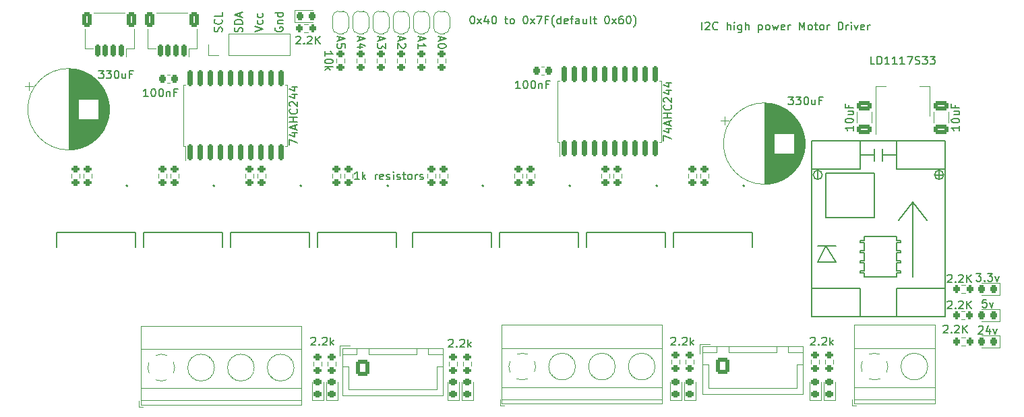
<source format=gto>
G04 #@! TF.GenerationSoftware,KiCad,Pcbnew,(6.0.0)*
G04 #@! TF.CreationDate,2022-12-27T21:59:09-05:00*
G04 #@! TF.ProjectId,i2c BTS7960,69326320-4254-4533-9739-36302e6b6963,rev?*
G04 #@! TF.SameCoordinates,Original*
G04 #@! TF.FileFunction,Legend,Top*
G04 #@! TF.FilePolarity,Positive*
%FSLAX46Y46*%
G04 Gerber Fmt 4.6, Leading zero omitted, Abs format (unit mm)*
G04 Created by KiCad (PCBNEW (6.0.0)) date 2022-12-27 21:59:09*
%MOMM*%
%LPD*%
G01*
G04 APERTURE LIST*
G04 Aperture macros list*
%AMRoundRect*
0 Rectangle with rounded corners*
0 $1 Rounding radius*
0 $2 $3 $4 $5 $6 $7 $8 $9 X,Y pos of 4 corners*
0 Add a 4 corners polygon primitive as box body*
4,1,4,$2,$3,$4,$5,$6,$7,$8,$9,$2,$3,0*
0 Add four circle primitives for the rounded corners*
1,1,$1+$1,$2,$3*
1,1,$1+$1,$4,$5*
1,1,$1+$1,$6,$7*
1,1,$1+$1,$8,$9*
0 Add four rect primitives between the rounded corners*
20,1,$1+$1,$2,$3,$4,$5,0*
20,1,$1+$1,$4,$5,$6,$7,0*
20,1,$1+$1,$6,$7,$8,$9,0*
20,1,$1+$1,$8,$9,$2,$3,0*%
%AMFreePoly0*
4,1,22,0.500000,-0.750000,0.000000,-0.750000,0.000000,-0.745033,-0.079941,-0.743568,-0.215256,-0.701293,-0.333266,-0.622738,-0.424486,-0.514219,-0.481581,-0.384460,-0.499164,-0.250000,-0.500000,-0.250000,-0.500000,0.250000,-0.499164,0.250000,-0.499963,0.256109,-0.478152,0.396186,-0.417904,0.524511,-0.324060,0.630769,-0.204165,0.706417,-0.067858,0.745374,0.000000,0.744959,0.000000,0.750000,
0.500000,0.750000,0.500000,-0.750000,0.500000,-0.750000,$1*%
%AMFreePoly1*
4,1,20,0.000000,0.744959,0.073905,0.744508,0.209726,0.703889,0.328688,0.626782,0.421226,0.519385,0.479903,0.390333,0.500000,0.250000,0.500000,-0.250000,0.499851,-0.262216,0.476331,-0.402017,0.414519,-0.529596,0.319384,-0.634700,0.198574,-0.708877,0.061801,-0.746166,0.000000,-0.745033,0.000000,-0.750000,-0.500000,-0.750000,-0.500000,0.750000,0.000000,0.750000,0.000000,0.744959,
0.000000,0.744959,$1*%
G04 Aperture macros list end*
%ADD10C,0.150000*%
%ADD11C,0.120000*%
%ADD12C,0.127000*%
%ADD13C,0.200000*%
%ADD14R,1.524000X1.524000*%
%ADD15C,1.524000*%
%ADD16RoundRect,0.200000X-0.200000X-0.275000X0.200000X-0.275000X0.200000X0.275000X-0.200000X0.275000X0*%
%ADD17R,2.600000X2.600000*%
%ADD18C,2.600000*%
%ADD19RoundRect,0.200000X0.275000X-0.200000X0.275000X0.200000X-0.275000X0.200000X-0.275000X-0.200000X0*%
%ADD20RoundRect,0.200000X-0.275000X0.200000X-0.275000X-0.200000X0.275000X-0.200000X0.275000X0.200000X0*%
%ADD21RoundRect,0.218750X0.256250X-0.218750X0.256250X0.218750X-0.256250X0.218750X-0.256250X-0.218750X0*%
%ADD22RoundRect,0.218750X0.218750X0.256250X-0.218750X0.256250X-0.218750X-0.256250X0.218750X-0.256250X0*%
%ADD23R,1.500000X2.000000*%
%ADD24R,3.800000X2.000000*%
%ADD25RoundRect,0.150000X0.150000X-0.875000X0.150000X0.875000X-0.150000X0.875000X-0.150000X-0.875000X0*%
%ADD26C,3.200000*%
%ADD27RoundRect,0.225000X0.225000X0.250000X-0.225000X0.250000X-0.225000X-0.250000X0.225000X-0.250000X0*%
%ADD28R,2.000000X2.000000*%
%ADD29C,2.000000*%
%ADD30RoundRect,0.200000X0.200000X0.275000X-0.200000X0.275000X-0.200000X-0.275000X0.200000X-0.275000X0*%
%ADD31R,0.800000X3.810000*%
%ADD32R,10.070000X8.290000*%
%ADD33RoundRect,0.250000X-0.600000X-0.725000X0.600000X-0.725000X0.600000X0.725000X-0.600000X0.725000X0*%
%ADD34O,1.700000X1.950000*%
%ADD35FreePoly0,270.000000*%
%ADD36FreePoly1,270.000000*%
%ADD37RoundRect,0.150000X0.150000X0.625000X-0.150000X0.625000X-0.150000X-0.625000X0.150000X-0.625000X0*%
%ADD38RoundRect,0.250000X0.350000X0.650000X-0.350000X0.650000X-0.350000X-0.650000X0.350000X-0.650000X0*%
%ADD39RoundRect,0.250000X-0.650000X0.325000X-0.650000X-0.325000X0.650000X-0.325000X0.650000X0.325000X0*%
%ADD40RoundRect,0.218750X-0.218750X-0.256250X0.218750X-0.256250X0.218750X0.256250X-0.218750X0.256250X0*%
%ADD41R,1.700000X1.700000*%
%ADD42O,1.700000X1.700000*%
%ADD43RoundRect,0.250000X0.650000X-0.325000X0.650000X0.325000X-0.650000X0.325000X-0.650000X-0.325000X0*%
G04 APERTURE END LIST*
D10*
X124293761Y-84756476D02*
X124341380Y-84613619D01*
X124341380Y-84375523D01*
X124293761Y-84280285D01*
X124246142Y-84232666D01*
X124150904Y-84185047D01*
X124055666Y-84185047D01*
X123960428Y-84232666D01*
X123912809Y-84280285D01*
X123865190Y-84375523D01*
X123817571Y-84566000D01*
X123769952Y-84661238D01*
X123722333Y-84708857D01*
X123627095Y-84756476D01*
X123531857Y-84756476D01*
X123436619Y-84708857D01*
X123389000Y-84661238D01*
X123341380Y-84566000D01*
X123341380Y-84327904D01*
X123389000Y-84185047D01*
X124246142Y-83185047D02*
X124293761Y-83232666D01*
X124341380Y-83375523D01*
X124341380Y-83470761D01*
X124293761Y-83613619D01*
X124198523Y-83708857D01*
X124103285Y-83756476D01*
X123912809Y-83804095D01*
X123769952Y-83804095D01*
X123579476Y-83756476D01*
X123484238Y-83708857D01*
X123389000Y-83613619D01*
X123341380Y-83470761D01*
X123341380Y-83375523D01*
X123389000Y-83232666D01*
X123436619Y-83185047D01*
X124341380Y-82280285D02*
X124341380Y-82756476D01*
X123341380Y-82756476D01*
X151725333Y-85391714D02*
X151725333Y-85867904D01*
X151439619Y-85296476D02*
X152439619Y-85629809D01*
X151439619Y-85963142D01*
X152439619Y-86486952D02*
X152439619Y-86582190D01*
X152392000Y-86677428D01*
X152344380Y-86725047D01*
X152249142Y-86772666D01*
X152058666Y-86820285D01*
X151820571Y-86820285D01*
X151630095Y-86772666D01*
X151534857Y-86725047D01*
X151487238Y-86677428D01*
X151439619Y-86582190D01*
X151439619Y-86486952D01*
X151487238Y-86391714D01*
X151534857Y-86344095D01*
X151630095Y-86296476D01*
X151820571Y-86248857D01*
X152058666Y-86248857D01*
X152249142Y-86296476D01*
X152344380Y-86344095D01*
X152392000Y-86391714D01*
X152439619Y-86486952D01*
X131009000Y-84208857D02*
X130961380Y-84304095D01*
X130961380Y-84446952D01*
X131009000Y-84589809D01*
X131104238Y-84685047D01*
X131199476Y-84732666D01*
X131389952Y-84780285D01*
X131532809Y-84780285D01*
X131723285Y-84732666D01*
X131818523Y-84685047D01*
X131913761Y-84589809D01*
X131961380Y-84446952D01*
X131961380Y-84351714D01*
X131913761Y-84208857D01*
X131866142Y-84161238D01*
X131532809Y-84161238D01*
X131532809Y-84351714D01*
X131294714Y-83732666D02*
X131961380Y-83732666D01*
X131389952Y-83732666D02*
X131342333Y-83685047D01*
X131294714Y-83589809D01*
X131294714Y-83446952D01*
X131342333Y-83351714D01*
X131437571Y-83304095D01*
X131961380Y-83304095D01*
X131961380Y-82399333D02*
X130961380Y-82399333D01*
X131913761Y-82399333D02*
X131961380Y-82494571D01*
X131961380Y-82685047D01*
X131913761Y-82780285D01*
X131866142Y-82827904D01*
X131770904Y-82875523D01*
X131485190Y-82875523D01*
X131389952Y-82827904D01*
X131342333Y-82780285D01*
X131294714Y-82685047D01*
X131294714Y-82494571D01*
X131342333Y-82399333D01*
X137215619Y-87796761D02*
X137215619Y-87225333D01*
X137215619Y-87511047D02*
X138215619Y-87511047D01*
X138072761Y-87415809D01*
X137977523Y-87320571D01*
X137929904Y-87225333D01*
X138215619Y-88415809D02*
X138215619Y-88511047D01*
X138168000Y-88606285D01*
X138120380Y-88653904D01*
X138025142Y-88701523D01*
X137834666Y-88749142D01*
X137596571Y-88749142D01*
X137406095Y-88701523D01*
X137310857Y-88653904D01*
X137263238Y-88606285D01*
X137215619Y-88511047D01*
X137215619Y-88415809D01*
X137263238Y-88320571D01*
X137310857Y-88272952D01*
X137406095Y-88225333D01*
X137596571Y-88177714D01*
X137834666Y-88177714D01*
X138025142Y-88225333D01*
X138120380Y-88272952D01*
X138168000Y-88320571D01*
X138215619Y-88415809D01*
X137215619Y-89177714D02*
X138215619Y-89177714D01*
X137596571Y-89272952D02*
X137215619Y-89558666D01*
X137882285Y-89558666D02*
X137501333Y-89177714D01*
X141549904Y-103322380D02*
X140978476Y-103322380D01*
X141264190Y-103322380D02*
X141264190Y-102322380D01*
X141168952Y-102465238D01*
X141073714Y-102560476D01*
X140978476Y-102608095D01*
X141978476Y-103322380D02*
X141978476Y-102322380D01*
X142073714Y-102941428D02*
X142359428Y-103322380D01*
X142359428Y-102655714D02*
X141978476Y-103036666D01*
X143549904Y-103322380D02*
X143549904Y-102655714D01*
X143549904Y-102846190D02*
X143597523Y-102750952D01*
X143645142Y-102703333D01*
X143740380Y-102655714D01*
X143835619Y-102655714D01*
X144549904Y-103274761D02*
X144454666Y-103322380D01*
X144264190Y-103322380D01*
X144168952Y-103274761D01*
X144121333Y-103179523D01*
X144121333Y-102798571D01*
X144168952Y-102703333D01*
X144264190Y-102655714D01*
X144454666Y-102655714D01*
X144549904Y-102703333D01*
X144597523Y-102798571D01*
X144597523Y-102893809D01*
X144121333Y-102989047D01*
X144978476Y-103274761D02*
X145073714Y-103322380D01*
X145264190Y-103322380D01*
X145359428Y-103274761D01*
X145407047Y-103179523D01*
X145407047Y-103131904D01*
X145359428Y-103036666D01*
X145264190Y-102989047D01*
X145121333Y-102989047D01*
X145026095Y-102941428D01*
X144978476Y-102846190D01*
X144978476Y-102798571D01*
X145026095Y-102703333D01*
X145121333Y-102655714D01*
X145264190Y-102655714D01*
X145359428Y-102703333D01*
X145835619Y-103322380D02*
X145835619Y-102655714D01*
X145835619Y-102322380D02*
X145788000Y-102370000D01*
X145835619Y-102417619D01*
X145883238Y-102370000D01*
X145835619Y-102322380D01*
X145835619Y-102417619D01*
X146264190Y-103274761D02*
X146359428Y-103322380D01*
X146549904Y-103322380D01*
X146645142Y-103274761D01*
X146692761Y-103179523D01*
X146692761Y-103131904D01*
X146645142Y-103036666D01*
X146549904Y-102989047D01*
X146407047Y-102989047D01*
X146311809Y-102941428D01*
X146264190Y-102846190D01*
X146264190Y-102798571D01*
X146311809Y-102703333D01*
X146407047Y-102655714D01*
X146549904Y-102655714D01*
X146645142Y-102703333D01*
X146978476Y-102655714D02*
X147359428Y-102655714D01*
X147121333Y-102322380D02*
X147121333Y-103179523D01*
X147168952Y-103274761D01*
X147264190Y-103322380D01*
X147359428Y-103322380D01*
X147835619Y-103322380D02*
X147740380Y-103274761D01*
X147692761Y-103227142D01*
X147645142Y-103131904D01*
X147645142Y-102846190D01*
X147692761Y-102750952D01*
X147740380Y-102703333D01*
X147835619Y-102655714D01*
X147978476Y-102655714D01*
X148073714Y-102703333D01*
X148121333Y-102750952D01*
X148168952Y-102846190D01*
X148168952Y-103131904D01*
X148121333Y-103227142D01*
X148073714Y-103274761D01*
X147978476Y-103322380D01*
X147835619Y-103322380D01*
X148597523Y-103322380D02*
X148597523Y-102655714D01*
X148597523Y-102846190D02*
X148645142Y-102750952D01*
X148692761Y-102703333D01*
X148788000Y-102655714D01*
X148883238Y-102655714D01*
X149168952Y-103274761D02*
X149264190Y-103322380D01*
X149454666Y-103322380D01*
X149549904Y-103274761D01*
X149597523Y-103179523D01*
X149597523Y-103131904D01*
X149549904Y-103036666D01*
X149454666Y-102989047D01*
X149311809Y-102989047D01*
X149216571Y-102941428D01*
X149168952Y-102846190D01*
X149168952Y-102798571D01*
X149216571Y-102703333D01*
X149311809Y-102655714D01*
X149454666Y-102655714D01*
X149549904Y-102703333D01*
X139025333Y-85391714D02*
X139025333Y-85867904D01*
X138739619Y-85296476D02*
X139739619Y-85629809D01*
X138739619Y-85963142D01*
X139739619Y-86772666D02*
X139739619Y-86296476D01*
X139263428Y-86248857D01*
X139311047Y-86296476D01*
X139358666Y-86391714D01*
X139358666Y-86629809D01*
X139311047Y-86725047D01*
X139263428Y-86772666D01*
X139168190Y-86820285D01*
X138930095Y-86820285D01*
X138834857Y-86772666D01*
X138787238Y-86725047D01*
X138739619Y-86629809D01*
X138739619Y-86391714D01*
X138787238Y-86296476D01*
X138834857Y-86248857D01*
X144105333Y-85391714D02*
X144105333Y-85867904D01*
X143819619Y-85296476D02*
X144819619Y-85629809D01*
X143819619Y-85963142D01*
X144819619Y-86201238D02*
X144819619Y-86820285D01*
X144438666Y-86486952D01*
X144438666Y-86629809D01*
X144391047Y-86725047D01*
X144343428Y-86772666D01*
X144248190Y-86820285D01*
X144010095Y-86820285D01*
X143914857Y-86772666D01*
X143867238Y-86725047D01*
X143819619Y-86629809D01*
X143819619Y-86344095D01*
X143867238Y-86248857D01*
X143914857Y-86201238D01*
X155720071Y-82764380D02*
X155815309Y-82764380D01*
X155910547Y-82812000D01*
X155958166Y-82859619D01*
X156005785Y-82954857D01*
X156053404Y-83145333D01*
X156053404Y-83383428D01*
X156005785Y-83573904D01*
X155958166Y-83669142D01*
X155910547Y-83716761D01*
X155815309Y-83764380D01*
X155720071Y-83764380D01*
X155624833Y-83716761D01*
X155577214Y-83669142D01*
X155529595Y-83573904D01*
X155481976Y-83383428D01*
X155481976Y-83145333D01*
X155529595Y-82954857D01*
X155577214Y-82859619D01*
X155624833Y-82812000D01*
X155720071Y-82764380D01*
X156386738Y-83764380D02*
X156910547Y-83097714D01*
X156386738Y-83097714D02*
X156910547Y-83764380D01*
X157720071Y-83097714D02*
X157720071Y-83764380D01*
X157481976Y-82716761D02*
X157243880Y-83431047D01*
X157862928Y-83431047D01*
X158434357Y-82764380D02*
X158529595Y-82764380D01*
X158624833Y-82812000D01*
X158672452Y-82859619D01*
X158720071Y-82954857D01*
X158767690Y-83145333D01*
X158767690Y-83383428D01*
X158720071Y-83573904D01*
X158672452Y-83669142D01*
X158624833Y-83716761D01*
X158529595Y-83764380D01*
X158434357Y-83764380D01*
X158339119Y-83716761D01*
X158291500Y-83669142D01*
X158243880Y-83573904D01*
X158196261Y-83383428D01*
X158196261Y-83145333D01*
X158243880Y-82954857D01*
X158291500Y-82859619D01*
X158339119Y-82812000D01*
X158434357Y-82764380D01*
X159815309Y-83097714D02*
X160196261Y-83097714D01*
X159958166Y-82764380D02*
X159958166Y-83621523D01*
X160005785Y-83716761D01*
X160101023Y-83764380D01*
X160196261Y-83764380D01*
X160672452Y-83764380D02*
X160577214Y-83716761D01*
X160529595Y-83669142D01*
X160481976Y-83573904D01*
X160481976Y-83288190D01*
X160529595Y-83192952D01*
X160577214Y-83145333D01*
X160672452Y-83097714D01*
X160815309Y-83097714D01*
X160910547Y-83145333D01*
X160958166Y-83192952D01*
X161005785Y-83288190D01*
X161005785Y-83573904D01*
X160958166Y-83669142D01*
X160910547Y-83716761D01*
X160815309Y-83764380D01*
X160672452Y-83764380D01*
X162386738Y-82764380D02*
X162481976Y-82764380D01*
X162577214Y-82812000D01*
X162624833Y-82859619D01*
X162672452Y-82954857D01*
X162720071Y-83145333D01*
X162720071Y-83383428D01*
X162672452Y-83573904D01*
X162624833Y-83669142D01*
X162577214Y-83716761D01*
X162481976Y-83764380D01*
X162386738Y-83764380D01*
X162291500Y-83716761D01*
X162243880Y-83669142D01*
X162196261Y-83573904D01*
X162148642Y-83383428D01*
X162148642Y-83145333D01*
X162196261Y-82954857D01*
X162243880Y-82859619D01*
X162291500Y-82812000D01*
X162386738Y-82764380D01*
X163053404Y-83764380D02*
X163577214Y-83097714D01*
X163053404Y-83097714D02*
X163577214Y-83764380D01*
X163862928Y-82764380D02*
X164529595Y-82764380D01*
X164101023Y-83764380D01*
X165243880Y-83240571D02*
X164910547Y-83240571D01*
X164910547Y-83764380D02*
X164910547Y-82764380D01*
X165386738Y-82764380D01*
X166053404Y-84145333D02*
X166005785Y-84097714D01*
X165910547Y-83954857D01*
X165862928Y-83859619D01*
X165815309Y-83716761D01*
X165767690Y-83478666D01*
X165767690Y-83288190D01*
X165815309Y-83050095D01*
X165862928Y-82907238D01*
X165910547Y-82812000D01*
X166005785Y-82669142D01*
X166053404Y-82621523D01*
X166862928Y-83764380D02*
X166862928Y-82764380D01*
X166862928Y-83716761D02*
X166767690Y-83764380D01*
X166577214Y-83764380D01*
X166481976Y-83716761D01*
X166434357Y-83669142D01*
X166386738Y-83573904D01*
X166386738Y-83288190D01*
X166434357Y-83192952D01*
X166481976Y-83145333D01*
X166577214Y-83097714D01*
X166767690Y-83097714D01*
X166862928Y-83145333D01*
X167720071Y-83716761D02*
X167624833Y-83764380D01*
X167434357Y-83764380D01*
X167339119Y-83716761D01*
X167291500Y-83621523D01*
X167291500Y-83240571D01*
X167339119Y-83145333D01*
X167434357Y-83097714D01*
X167624833Y-83097714D01*
X167720071Y-83145333D01*
X167767690Y-83240571D01*
X167767690Y-83335809D01*
X167291500Y-83431047D01*
X168053404Y-83097714D02*
X168434357Y-83097714D01*
X168196261Y-83764380D02*
X168196261Y-82907238D01*
X168243880Y-82812000D01*
X168339119Y-82764380D01*
X168434357Y-82764380D01*
X169196261Y-83764380D02*
X169196261Y-83240571D01*
X169148642Y-83145333D01*
X169053404Y-83097714D01*
X168862928Y-83097714D01*
X168767690Y-83145333D01*
X169196261Y-83716761D02*
X169101023Y-83764380D01*
X168862928Y-83764380D01*
X168767690Y-83716761D01*
X168720071Y-83621523D01*
X168720071Y-83526285D01*
X168767690Y-83431047D01*
X168862928Y-83383428D01*
X169101023Y-83383428D01*
X169196261Y-83335809D01*
X170101023Y-83097714D02*
X170101023Y-83764380D01*
X169672452Y-83097714D02*
X169672452Y-83621523D01*
X169720071Y-83716761D01*
X169815309Y-83764380D01*
X169958166Y-83764380D01*
X170053404Y-83716761D01*
X170101023Y-83669142D01*
X170720071Y-83764380D02*
X170624833Y-83716761D01*
X170577214Y-83621523D01*
X170577214Y-82764380D01*
X170958166Y-83097714D02*
X171339119Y-83097714D01*
X171101023Y-82764380D02*
X171101023Y-83621523D01*
X171148642Y-83716761D01*
X171243880Y-83764380D01*
X171339119Y-83764380D01*
X172624833Y-82764380D02*
X172720071Y-82764380D01*
X172815309Y-82812000D01*
X172862928Y-82859619D01*
X172910547Y-82954857D01*
X172958166Y-83145333D01*
X172958166Y-83383428D01*
X172910547Y-83573904D01*
X172862928Y-83669142D01*
X172815309Y-83716761D01*
X172720071Y-83764380D01*
X172624833Y-83764380D01*
X172529595Y-83716761D01*
X172481976Y-83669142D01*
X172434357Y-83573904D01*
X172386738Y-83383428D01*
X172386738Y-83145333D01*
X172434357Y-82954857D01*
X172481976Y-82859619D01*
X172529595Y-82812000D01*
X172624833Y-82764380D01*
X173291500Y-83764380D02*
X173815309Y-83097714D01*
X173291500Y-83097714D02*
X173815309Y-83764380D01*
X174624833Y-82764380D02*
X174434357Y-82764380D01*
X174339119Y-82812000D01*
X174291500Y-82859619D01*
X174196261Y-83002476D01*
X174148642Y-83192952D01*
X174148642Y-83573904D01*
X174196261Y-83669142D01*
X174243880Y-83716761D01*
X174339119Y-83764380D01*
X174529595Y-83764380D01*
X174624833Y-83716761D01*
X174672452Y-83669142D01*
X174720071Y-83573904D01*
X174720071Y-83335809D01*
X174672452Y-83240571D01*
X174624833Y-83192952D01*
X174529595Y-83145333D01*
X174339119Y-83145333D01*
X174243880Y-83192952D01*
X174196261Y-83240571D01*
X174148642Y-83335809D01*
X175339119Y-82764380D02*
X175434357Y-82764380D01*
X175529595Y-82812000D01*
X175577214Y-82859619D01*
X175624833Y-82954857D01*
X175672452Y-83145333D01*
X175672452Y-83383428D01*
X175624833Y-83573904D01*
X175577214Y-83669142D01*
X175529595Y-83716761D01*
X175434357Y-83764380D01*
X175339119Y-83764380D01*
X175243880Y-83716761D01*
X175196261Y-83669142D01*
X175148642Y-83573904D01*
X175101023Y-83383428D01*
X175101023Y-83145333D01*
X175148642Y-82954857D01*
X175196261Y-82859619D01*
X175243880Y-82812000D01*
X175339119Y-82764380D01*
X176005785Y-84145333D02*
X176053404Y-84097714D01*
X176148642Y-83954857D01*
X176196261Y-83859619D01*
X176243880Y-83716761D01*
X176291500Y-83478666D01*
X176291500Y-83288190D01*
X176243880Y-83050095D01*
X176196261Y-82907238D01*
X176148642Y-82812000D01*
X176053404Y-82669142D01*
X176005785Y-82621523D01*
X128421380Y-84756476D02*
X129421380Y-84423142D01*
X128421380Y-84089809D01*
X129373761Y-83327904D02*
X129421380Y-83423142D01*
X129421380Y-83613619D01*
X129373761Y-83708857D01*
X129326142Y-83756476D01*
X129230904Y-83804095D01*
X128945190Y-83804095D01*
X128849952Y-83756476D01*
X128802333Y-83708857D01*
X128754714Y-83613619D01*
X128754714Y-83423142D01*
X128802333Y-83327904D01*
X129373761Y-82470761D02*
X129421380Y-82566000D01*
X129421380Y-82756476D01*
X129373761Y-82851714D01*
X129326142Y-82899333D01*
X129230904Y-82946952D01*
X128945190Y-82946952D01*
X128849952Y-82899333D01*
X128802333Y-82851714D01*
X128754714Y-82756476D01*
X128754714Y-82566000D01*
X128802333Y-82470761D01*
X152773238Y-123499619D02*
X152820857Y-123452000D01*
X152916095Y-123404380D01*
X153154190Y-123404380D01*
X153249428Y-123452000D01*
X153297047Y-123499619D01*
X153344666Y-123594857D01*
X153344666Y-123690095D01*
X153297047Y-123832952D01*
X152725619Y-124404380D01*
X153344666Y-124404380D01*
X153773238Y-124309142D02*
X153820857Y-124356761D01*
X153773238Y-124404380D01*
X153725619Y-124356761D01*
X153773238Y-124309142D01*
X153773238Y-124404380D01*
X154201809Y-123499619D02*
X154249428Y-123452000D01*
X154344666Y-123404380D01*
X154582761Y-123404380D01*
X154678000Y-123452000D01*
X154725619Y-123499619D01*
X154773238Y-123594857D01*
X154773238Y-123690095D01*
X154725619Y-123832952D01*
X154154190Y-124404380D01*
X154773238Y-124404380D01*
X155201809Y-124404380D02*
X155201809Y-123404380D01*
X155297047Y-124023428D02*
X155582761Y-124404380D01*
X155582761Y-123737714D02*
X155201809Y-124118666D01*
X126833761Y-84780285D02*
X126881380Y-84637428D01*
X126881380Y-84399333D01*
X126833761Y-84304095D01*
X126786142Y-84256476D01*
X126690904Y-84208857D01*
X126595666Y-84208857D01*
X126500428Y-84256476D01*
X126452809Y-84304095D01*
X126405190Y-84399333D01*
X126357571Y-84589809D01*
X126309952Y-84685047D01*
X126262333Y-84732666D01*
X126167095Y-84780285D01*
X126071857Y-84780285D01*
X125976619Y-84732666D01*
X125929000Y-84685047D01*
X125881380Y-84589809D01*
X125881380Y-84351714D01*
X125929000Y-84208857D01*
X126881380Y-83780285D02*
X125881380Y-83780285D01*
X125881380Y-83542190D01*
X125929000Y-83399333D01*
X126024238Y-83304095D01*
X126119476Y-83256476D01*
X126309952Y-83208857D01*
X126452809Y-83208857D01*
X126643285Y-83256476D01*
X126738523Y-83304095D01*
X126833761Y-83399333D01*
X126881380Y-83542190D01*
X126881380Y-83780285D01*
X126595666Y-82827904D02*
X126595666Y-82351714D01*
X126881380Y-82923142D02*
X125881380Y-82589809D01*
X126881380Y-82256476D01*
X135501238Y-123245619D02*
X135548857Y-123198000D01*
X135644095Y-123150380D01*
X135882190Y-123150380D01*
X135977428Y-123198000D01*
X136025047Y-123245619D01*
X136072666Y-123340857D01*
X136072666Y-123436095D01*
X136025047Y-123578952D01*
X135453619Y-124150380D01*
X136072666Y-124150380D01*
X136501238Y-124055142D02*
X136548857Y-124102761D01*
X136501238Y-124150380D01*
X136453619Y-124102761D01*
X136501238Y-124055142D01*
X136501238Y-124150380D01*
X136929809Y-123245619D02*
X136977428Y-123198000D01*
X137072666Y-123150380D01*
X137310761Y-123150380D01*
X137406000Y-123198000D01*
X137453619Y-123245619D01*
X137501238Y-123340857D01*
X137501238Y-123436095D01*
X137453619Y-123578952D01*
X136882190Y-124150380D01*
X137501238Y-124150380D01*
X137929809Y-124150380D02*
X137929809Y-123150380D01*
X138025047Y-123769428D02*
X138310761Y-124150380D01*
X138310761Y-123483714D02*
X137929809Y-123864666D01*
X180713238Y-123245619D02*
X180760857Y-123198000D01*
X180856095Y-123150380D01*
X181094190Y-123150380D01*
X181189428Y-123198000D01*
X181237047Y-123245619D01*
X181284666Y-123340857D01*
X181284666Y-123436095D01*
X181237047Y-123578952D01*
X180665619Y-124150380D01*
X181284666Y-124150380D01*
X181713238Y-124055142D02*
X181760857Y-124102761D01*
X181713238Y-124150380D01*
X181665619Y-124102761D01*
X181713238Y-124055142D01*
X181713238Y-124150380D01*
X182141809Y-123245619D02*
X182189428Y-123198000D01*
X182284666Y-123150380D01*
X182522761Y-123150380D01*
X182618000Y-123198000D01*
X182665619Y-123245619D01*
X182713238Y-123340857D01*
X182713238Y-123436095D01*
X182665619Y-123578952D01*
X182094190Y-124150380D01*
X182713238Y-124150380D01*
X183141809Y-124150380D02*
X183141809Y-123150380D01*
X183237047Y-123769428D02*
X183522761Y-124150380D01*
X183522761Y-123483714D02*
X183141809Y-123864666D01*
X149185333Y-85391714D02*
X149185333Y-85867904D01*
X148899619Y-85296476D02*
X149899619Y-85629809D01*
X148899619Y-85963142D01*
X148899619Y-86820285D02*
X148899619Y-86248857D01*
X148899619Y-86534571D02*
X149899619Y-86534571D01*
X149756761Y-86439333D01*
X149661523Y-86344095D01*
X149613904Y-86248857D01*
X198239238Y-123245619D02*
X198286857Y-123198000D01*
X198382095Y-123150380D01*
X198620190Y-123150380D01*
X198715428Y-123198000D01*
X198763047Y-123245619D01*
X198810666Y-123340857D01*
X198810666Y-123436095D01*
X198763047Y-123578952D01*
X198191619Y-124150380D01*
X198810666Y-124150380D01*
X199239238Y-124055142D02*
X199286857Y-124102761D01*
X199239238Y-124150380D01*
X199191619Y-124102761D01*
X199239238Y-124055142D01*
X199239238Y-124150380D01*
X199667809Y-123245619D02*
X199715428Y-123198000D01*
X199810666Y-123150380D01*
X200048761Y-123150380D01*
X200144000Y-123198000D01*
X200191619Y-123245619D01*
X200239238Y-123340857D01*
X200239238Y-123436095D01*
X200191619Y-123578952D01*
X199620190Y-124150380D01*
X200239238Y-124150380D01*
X200667809Y-124150380D02*
X200667809Y-123150380D01*
X200763047Y-123769428D02*
X201048761Y-124150380D01*
X201048761Y-123483714D02*
X200667809Y-123864666D01*
X146645333Y-85391714D02*
X146645333Y-85867904D01*
X146359619Y-85296476D02*
X147359619Y-85629809D01*
X146359619Y-85963142D01*
X147264380Y-86248857D02*
X147312000Y-86296476D01*
X147359619Y-86391714D01*
X147359619Y-86629809D01*
X147312000Y-86725047D01*
X147264380Y-86772666D01*
X147169142Y-86820285D01*
X147073904Y-86820285D01*
X146931047Y-86772666D01*
X146359619Y-86201238D01*
X146359619Y-86820285D01*
X141565333Y-85391714D02*
X141565333Y-85867904D01*
X141279619Y-85296476D02*
X142279619Y-85629809D01*
X141279619Y-85963142D01*
X141946285Y-86725047D02*
X141279619Y-86725047D01*
X142327238Y-86486952D02*
X141612952Y-86248857D01*
X141612952Y-86867904D01*
X184572000Y-84526380D02*
X184572000Y-83526380D01*
X185000571Y-83621619D02*
X185048190Y-83574000D01*
X185143428Y-83526380D01*
X185381523Y-83526380D01*
X185476761Y-83574000D01*
X185524380Y-83621619D01*
X185572000Y-83716857D01*
X185572000Y-83812095D01*
X185524380Y-83954952D01*
X184952952Y-84526380D01*
X185572000Y-84526380D01*
X186572000Y-84431142D02*
X186524380Y-84478761D01*
X186381523Y-84526380D01*
X186286285Y-84526380D01*
X186143428Y-84478761D01*
X186048190Y-84383523D01*
X186000571Y-84288285D01*
X185952952Y-84097809D01*
X185952952Y-83954952D01*
X186000571Y-83764476D01*
X186048190Y-83669238D01*
X186143428Y-83574000D01*
X186286285Y-83526380D01*
X186381523Y-83526380D01*
X186524380Y-83574000D01*
X186572000Y-83621619D01*
X187762476Y-84526380D02*
X187762476Y-83526380D01*
X188191047Y-84526380D02*
X188191047Y-84002571D01*
X188143428Y-83907333D01*
X188048190Y-83859714D01*
X187905333Y-83859714D01*
X187810095Y-83907333D01*
X187762476Y-83954952D01*
X188667238Y-84526380D02*
X188667238Y-83859714D01*
X188667238Y-83526380D02*
X188619619Y-83574000D01*
X188667238Y-83621619D01*
X188714857Y-83574000D01*
X188667238Y-83526380D01*
X188667238Y-83621619D01*
X189572000Y-83859714D02*
X189572000Y-84669238D01*
X189524380Y-84764476D01*
X189476761Y-84812095D01*
X189381523Y-84859714D01*
X189238666Y-84859714D01*
X189143428Y-84812095D01*
X189572000Y-84478761D02*
X189476761Y-84526380D01*
X189286285Y-84526380D01*
X189191047Y-84478761D01*
X189143428Y-84431142D01*
X189095809Y-84335904D01*
X189095809Y-84050190D01*
X189143428Y-83954952D01*
X189191047Y-83907333D01*
X189286285Y-83859714D01*
X189476761Y-83859714D01*
X189572000Y-83907333D01*
X190048190Y-84526380D02*
X190048190Y-83526380D01*
X190476761Y-84526380D02*
X190476761Y-84002571D01*
X190429142Y-83907333D01*
X190333904Y-83859714D01*
X190191047Y-83859714D01*
X190095809Y-83907333D01*
X190048190Y-83954952D01*
X191714857Y-83859714D02*
X191714857Y-84859714D01*
X191714857Y-83907333D02*
X191810095Y-83859714D01*
X192000571Y-83859714D01*
X192095809Y-83907333D01*
X192143428Y-83954952D01*
X192191047Y-84050190D01*
X192191047Y-84335904D01*
X192143428Y-84431142D01*
X192095809Y-84478761D01*
X192000571Y-84526380D01*
X191810095Y-84526380D01*
X191714857Y-84478761D01*
X192762476Y-84526380D02*
X192667238Y-84478761D01*
X192619619Y-84431142D01*
X192572000Y-84335904D01*
X192572000Y-84050190D01*
X192619619Y-83954952D01*
X192667238Y-83907333D01*
X192762476Y-83859714D01*
X192905333Y-83859714D01*
X193000571Y-83907333D01*
X193048190Y-83954952D01*
X193095809Y-84050190D01*
X193095809Y-84335904D01*
X193048190Y-84431142D01*
X193000571Y-84478761D01*
X192905333Y-84526380D01*
X192762476Y-84526380D01*
X193429142Y-83859714D02*
X193619619Y-84526380D01*
X193810095Y-84050190D01*
X194000571Y-84526380D01*
X194191047Y-83859714D01*
X194952952Y-84478761D02*
X194857714Y-84526380D01*
X194667238Y-84526380D01*
X194572000Y-84478761D01*
X194524380Y-84383523D01*
X194524380Y-84002571D01*
X194572000Y-83907333D01*
X194667238Y-83859714D01*
X194857714Y-83859714D01*
X194952952Y-83907333D01*
X195000571Y-84002571D01*
X195000571Y-84097809D01*
X194524380Y-84193047D01*
X195429142Y-84526380D02*
X195429142Y-83859714D01*
X195429142Y-84050190D02*
X195476761Y-83954952D01*
X195524380Y-83907333D01*
X195619619Y-83859714D01*
X195714857Y-83859714D01*
X196810095Y-84526380D02*
X196810095Y-83526380D01*
X197143428Y-84240666D01*
X197476761Y-83526380D01*
X197476761Y-84526380D01*
X198095809Y-84526380D02*
X198000571Y-84478761D01*
X197952952Y-84431142D01*
X197905333Y-84335904D01*
X197905333Y-84050190D01*
X197952952Y-83954952D01*
X198000571Y-83907333D01*
X198095809Y-83859714D01*
X198238666Y-83859714D01*
X198333904Y-83907333D01*
X198381523Y-83954952D01*
X198429142Y-84050190D01*
X198429142Y-84335904D01*
X198381523Y-84431142D01*
X198333904Y-84478761D01*
X198238666Y-84526380D01*
X198095809Y-84526380D01*
X198714857Y-83859714D02*
X199095809Y-83859714D01*
X198857714Y-83526380D02*
X198857714Y-84383523D01*
X198905333Y-84478761D01*
X199000571Y-84526380D01*
X199095809Y-84526380D01*
X199572000Y-84526380D02*
X199476761Y-84478761D01*
X199429142Y-84431142D01*
X199381523Y-84335904D01*
X199381523Y-84050190D01*
X199429142Y-83954952D01*
X199476761Y-83907333D01*
X199572000Y-83859714D01*
X199714857Y-83859714D01*
X199810095Y-83907333D01*
X199857714Y-83954952D01*
X199905333Y-84050190D01*
X199905333Y-84335904D01*
X199857714Y-84431142D01*
X199810095Y-84478761D01*
X199714857Y-84526380D01*
X199572000Y-84526380D01*
X200333904Y-84526380D02*
X200333904Y-83859714D01*
X200333904Y-84050190D02*
X200381523Y-83954952D01*
X200429142Y-83907333D01*
X200524380Y-83859714D01*
X200619619Y-83859714D01*
X201714857Y-84526380D02*
X201714857Y-83526380D01*
X201952952Y-83526380D01*
X202095809Y-83574000D01*
X202191047Y-83669238D01*
X202238666Y-83764476D01*
X202286285Y-83954952D01*
X202286285Y-84097809D01*
X202238666Y-84288285D01*
X202191047Y-84383523D01*
X202095809Y-84478761D01*
X201952952Y-84526380D01*
X201714857Y-84526380D01*
X202714857Y-84526380D02*
X202714857Y-83859714D01*
X202714857Y-84050190D02*
X202762476Y-83954952D01*
X202810095Y-83907333D01*
X202905333Y-83859714D01*
X203000571Y-83859714D01*
X203333904Y-84526380D02*
X203333904Y-83859714D01*
X203333904Y-83526380D02*
X203286285Y-83574000D01*
X203333904Y-83621619D01*
X203381523Y-83574000D01*
X203333904Y-83526380D01*
X203333904Y-83621619D01*
X203714857Y-83859714D02*
X203952952Y-84526380D01*
X204191047Y-83859714D01*
X204952952Y-84478761D02*
X204857714Y-84526380D01*
X204667238Y-84526380D01*
X204572000Y-84478761D01*
X204524380Y-84383523D01*
X204524380Y-84002571D01*
X204572000Y-83907333D01*
X204667238Y-83859714D01*
X204857714Y-83859714D01*
X204952952Y-83907333D01*
X205000571Y-84002571D01*
X205000571Y-84097809D01*
X204524380Y-84193047D01*
X205429142Y-84526380D02*
X205429142Y-83859714D01*
X205429142Y-84050190D02*
X205476761Y-83954952D01*
X205524380Y-83907333D01*
X205619619Y-83859714D01*
X205714857Y-83859714D01*
X214908000Y-121721619D02*
X214955619Y-121674000D01*
X215050857Y-121626380D01*
X215288952Y-121626380D01*
X215384190Y-121674000D01*
X215431809Y-121721619D01*
X215479428Y-121816857D01*
X215479428Y-121912095D01*
X215431809Y-122054952D01*
X214860380Y-122626380D01*
X215479428Y-122626380D01*
X215908000Y-122531142D02*
X215955619Y-122578761D01*
X215908000Y-122626380D01*
X215860380Y-122578761D01*
X215908000Y-122531142D01*
X215908000Y-122626380D01*
X216336571Y-121721619D02*
X216384190Y-121674000D01*
X216479428Y-121626380D01*
X216717523Y-121626380D01*
X216812761Y-121674000D01*
X216860380Y-121721619D01*
X216908000Y-121816857D01*
X216908000Y-121912095D01*
X216860380Y-122054952D01*
X216288952Y-122626380D01*
X216908000Y-122626380D01*
X217336571Y-122626380D02*
X217336571Y-121626380D01*
X217908000Y-122626380D02*
X217479428Y-122054952D01*
X217908000Y-121626380D02*
X217336571Y-122197809D01*
X219329142Y-121815619D02*
X219376761Y-121768000D01*
X219472000Y-121720380D01*
X219710095Y-121720380D01*
X219805333Y-121768000D01*
X219852952Y-121815619D01*
X219900571Y-121910857D01*
X219900571Y-122006095D01*
X219852952Y-122148952D01*
X219281523Y-122720380D01*
X219900571Y-122720380D01*
X220757714Y-122053714D02*
X220757714Y-122720380D01*
X220519619Y-121672761D02*
X220281523Y-122387047D01*
X220900571Y-122387047D01*
X221186285Y-122053714D02*
X221424380Y-122720380D01*
X221662476Y-122053714D01*
X206280190Y-88844380D02*
X205804000Y-88844380D01*
X205804000Y-87844380D01*
X206613523Y-88844380D02*
X206613523Y-87844380D01*
X206851619Y-87844380D01*
X206994476Y-87892000D01*
X207089714Y-87987238D01*
X207137333Y-88082476D01*
X207184952Y-88272952D01*
X207184952Y-88415809D01*
X207137333Y-88606285D01*
X207089714Y-88701523D01*
X206994476Y-88796761D01*
X206851619Y-88844380D01*
X206613523Y-88844380D01*
X208137333Y-88844380D02*
X207565904Y-88844380D01*
X207851619Y-88844380D02*
X207851619Y-87844380D01*
X207756380Y-87987238D01*
X207661142Y-88082476D01*
X207565904Y-88130095D01*
X209089714Y-88844380D02*
X208518285Y-88844380D01*
X208804000Y-88844380D02*
X208804000Y-87844380D01*
X208708761Y-87987238D01*
X208613523Y-88082476D01*
X208518285Y-88130095D01*
X210042095Y-88844380D02*
X209470666Y-88844380D01*
X209756380Y-88844380D02*
X209756380Y-87844380D01*
X209661142Y-87987238D01*
X209565904Y-88082476D01*
X209470666Y-88130095D01*
X210375428Y-87844380D02*
X211042095Y-87844380D01*
X210613523Y-88844380D01*
X211375428Y-88796761D02*
X211518285Y-88844380D01*
X211756380Y-88844380D01*
X211851619Y-88796761D01*
X211899238Y-88749142D01*
X211946857Y-88653904D01*
X211946857Y-88558666D01*
X211899238Y-88463428D01*
X211851619Y-88415809D01*
X211756380Y-88368190D01*
X211565904Y-88320571D01*
X211470666Y-88272952D01*
X211423047Y-88225333D01*
X211375428Y-88130095D01*
X211375428Y-88034857D01*
X211423047Y-87939619D01*
X211470666Y-87892000D01*
X211565904Y-87844380D01*
X211804000Y-87844380D01*
X211946857Y-87892000D01*
X212280190Y-87844380D02*
X212899238Y-87844380D01*
X212565904Y-88225333D01*
X212708761Y-88225333D01*
X212804000Y-88272952D01*
X212851619Y-88320571D01*
X212899238Y-88415809D01*
X212899238Y-88653904D01*
X212851619Y-88749142D01*
X212804000Y-88796761D01*
X212708761Y-88844380D01*
X212423047Y-88844380D01*
X212327809Y-88796761D01*
X212280190Y-88749142D01*
X213232571Y-87844380D02*
X213851619Y-87844380D01*
X213518285Y-88225333D01*
X213661142Y-88225333D01*
X213756380Y-88272952D01*
X213804000Y-88320571D01*
X213851619Y-88415809D01*
X213851619Y-88653904D01*
X213804000Y-88749142D01*
X213756380Y-88796761D01*
X213661142Y-88844380D01*
X213375428Y-88844380D01*
X213280190Y-88796761D01*
X213232571Y-88749142D01*
X215416000Y-118673619D02*
X215463619Y-118626000D01*
X215558857Y-118578380D01*
X215796952Y-118578380D01*
X215892190Y-118626000D01*
X215939809Y-118673619D01*
X215987428Y-118768857D01*
X215987428Y-118864095D01*
X215939809Y-119006952D01*
X215368380Y-119578380D01*
X215987428Y-119578380D01*
X216416000Y-119483142D02*
X216463619Y-119530761D01*
X216416000Y-119578380D01*
X216368380Y-119530761D01*
X216416000Y-119483142D01*
X216416000Y-119578380D01*
X216844571Y-118673619D02*
X216892190Y-118626000D01*
X216987428Y-118578380D01*
X217225523Y-118578380D01*
X217320761Y-118626000D01*
X217368380Y-118673619D01*
X217416000Y-118768857D01*
X217416000Y-118864095D01*
X217368380Y-119006952D01*
X216796952Y-119578380D01*
X217416000Y-119578380D01*
X217844571Y-119578380D02*
X217844571Y-118578380D01*
X218416000Y-119578380D02*
X217987428Y-119006952D01*
X218416000Y-118578380D02*
X217844571Y-119149809D01*
X132786380Y-98940476D02*
X132786380Y-98273809D01*
X133786380Y-98702380D01*
X133119714Y-97464285D02*
X133786380Y-97464285D01*
X132738761Y-97702380D02*
X133453047Y-97940476D01*
X133453047Y-97321428D01*
X133500666Y-96988095D02*
X133500666Y-96511904D01*
X133786380Y-97083333D02*
X132786380Y-96750000D01*
X133786380Y-96416666D01*
X133786380Y-96083333D02*
X132786380Y-96083333D01*
X133262571Y-96083333D02*
X133262571Y-95511904D01*
X133786380Y-95511904D02*
X132786380Y-95511904D01*
X133691142Y-94464285D02*
X133738761Y-94511904D01*
X133786380Y-94654761D01*
X133786380Y-94750000D01*
X133738761Y-94892857D01*
X133643523Y-94988095D01*
X133548285Y-95035714D01*
X133357809Y-95083333D01*
X133214952Y-95083333D01*
X133024476Y-95035714D01*
X132929238Y-94988095D01*
X132834000Y-94892857D01*
X132786380Y-94750000D01*
X132786380Y-94654761D01*
X132834000Y-94511904D01*
X132881619Y-94464285D01*
X132881619Y-94083333D02*
X132834000Y-94035714D01*
X132786380Y-93940476D01*
X132786380Y-93702380D01*
X132834000Y-93607142D01*
X132881619Y-93559523D01*
X132976857Y-93511904D01*
X133072095Y-93511904D01*
X133214952Y-93559523D01*
X133786380Y-94130952D01*
X133786380Y-93511904D01*
X133119714Y-92654761D02*
X133786380Y-92654761D01*
X132738761Y-92892857D02*
X133453047Y-93130952D01*
X133453047Y-92511904D01*
X133119714Y-91702380D02*
X133786380Y-91702380D01*
X132738761Y-91940476D02*
X133453047Y-92178571D01*
X133453047Y-91559523D01*
X115038380Y-92908380D02*
X114466952Y-92908380D01*
X114752666Y-92908380D02*
X114752666Y-91908380D01*
X114657428Y-92051238D01*
X114562190Y-92146476D01*
X114466952Y-92194095D01*
X115657428Y-91908380D02*
X115752666Y-91908380D01*
X115847904Y-91956000D01*
X115895523Y-92003619D01*
X115943142Y-92098857D01*
X115990761Y-92289333D01*
X115990761Y-92527428D01*
X115943142Y-92717904D01*
X115895523Y-92813142D01*
X115847904Y-92860761D01*
X115752666Y-92908380D01*
X115657428Y-92908380D01*
X115562190Y-92860761D01*
X115514571Y-92813142D01*
X115466952Y-92717904D01*
X115419333Y-92527428D01*
X115419333Y-92289333D01*
X115466952Y-92098857D01*
X115514571Y-92003619D01*
X115562190Y-91956000D01*
X115657428Y-91908380D01*
X116609809Y-91908380D02*
X116705047Y-91908380D01*
X116800285Y-91956000D01*
X116847904Y-92003619D01*
X116895523Y-92098857D01*
X116943142Y-92289333D01*
X116943142Y-92527428D01*
X116895523Y-92717904D01*
X116847904Y-92813142D01*
X116800285Y-92860761D01*
X116705047Y-92908380D01*
X116609809Y-92908380D01*
X116514571Y-92860761D01*
X116466952Y-92813142D01*
X116419333Y-92717904D01*
X116371714Y-92527428D01*
X116371714Y-92289333D01*
X116419333Y-92098857D01*
X116466952Y-92003619D01*
X116514571Y-91956000D01*
X116609809Y-91908380D01*
X117371714Y-92241714D02*
X117371714Y-92908380D01*
X117371714Y-92336952D02*
X117419333Y-92289333D01*
X117514571Y-92241714D01*
X117657428Y-92241714D01*
X117752666Y-92289333D01*
X117800285Y-92384571D01*
X117800285Y-92908380D01*
X118609809Y-92384571D02*
X118276476Y-92384571D01*
X118276476Y-92908380D02*
X118276476Y-91908380D01*
X118752666Y-91908380D01*
X219043428Y-115116380D02*
X219662476Y-115116380D01*
X219329142Y-115497333D01*
X219472000Y-115497333D01*
X219567238Y-115544952D01*
X219614857Y-115592571D01*
X219662476Y-115687809D01*
X219662476Y-115925904D01*
X219614857Y-116021142D01*
X219567238Y-116068761D01*
X219472000Y-116116380D01*
X219186285Y-116116380D01*
X219091047Y-116068761D01*
X219043428Y-116021142D01*
X220091047Y-116021142D02*
X220138666Y-116068761D01*
X220091047Y-116116380D01*
X220043428Y-116068761D01*
X220091047Y-116021142D01*
X220091047Y-116116380D01*
X220472000Y-115116380D02*
X221091047Y-115116380D01*
X220757714Y-115497333D01*
X220900571Y-115497333D01*
X220995809Y-115544952D01*
X221043428Y-115592571D01*
X221091047Y-115687809D01*
X221091047Y-115925904D01*
X221043428Y-116021142D01*
X220995809Y-116068761D01*
X220900571Y-116116380D01*
X220614857Y-116116380D01*
X220519619Y-116068761D01*
X220472000Y-116021142D01*
X221424380Y-115449714D02*
X221662476Y-116116380D01*
X221900571Y-115449714D01*
X108831333Y-89622380D02*
X109450380Y-89622380D01*
X109117047Y-90003333D01*
X109259904Y-90003333D01*
X109355142Y-90050952D01*
X109402761Y-90098571D01*
X109450380Y-90193809D01*
X109450380Y-90431904D01*
X109402761Y-90527142D01*
X109355142Y-90574761D01*
X109259904Y-90622380D01*
X108974190Y-90622380D01*
X108878952Y-90574761D01*
X108831333Y-90527142D01*
X109783714Y-89622380D02*
X110402761Y-89622380D01*
X110069428Y-90003333D01*
X110212285Y-90003333D01*
X110307523Y-90050952D01*
X110355142Y-90098571D01*
X110402761Y-90193809D01*
X110402761Y-90431904D01*
X110355142Y-90527142D01*
X110307523Y-90574761D01*
X110212285Y-90622380D01*
X109926571Y-90622380D01*
X109831333Y-90574761D01*
X109783714Y-90527142D01*
X111021809Y-89622380D02*
X111117047Y-89622380D01*
X111212285Y-89670000D01*
X111259904Y-89717619D01*
X111307523Y-89812857D01*
X111355142Y-90003333D01*
X111355142Y-90241428D01*
X111307523Y-90431904D01*
X111259904Y-90527142D01*
X111212285Y-90574761D01*
X111117047Y-90622380D01*
X111021809Y-90622380D01*
X110926571Y-90574761D01*
X110878952Y-90527142D01*
X110831333Y-90431904D01*
X110783714Y-90241428D01*
X110783714Y-90003333D01*
X110831333Y-89812857D01*
X110878952Y-89717619D01*
X110926571Y-89670000D01*
X111021809Y-89622380D01*
X112212285Y-89955714D02*
X112212285Y-90622380D01*
X111783714Y-89955714D02*
X111783714Y-90479523D01*
X111831333Y-90574761D01*
X111926571Y-90622380D01*
X112069428Y-90622380D01*
X112164666Y-90574761D01*
X112212285Y-90527142D01*
X113021809Y-90098571D02*
X112688476Y-90098571D01*
X112688476Y-90622380D02*
X112688476Y-89622380D01*
X113164666Y-89622380D01*
X133611258Y-85399619D02*
X133658877Y-85352000D01*
X133754115Y-85304380D01*
X133992210Y-85304380D01*
X134087448Y-85352000D01*
X134135067Y-85399619D01*
X134182686Y-85494857D01*
X134182686Y-85590095D01*
X134135067Y-85732952D01*
X133563638Y-86304380D01*
X134182686Y-86304380D01*
X134611258Y-86209142D02*
X134658877Y-86256761D01*
X134611258Y-86304380D01*
X134563638Y-86256761D01*
X134611258Y-86209142D01*
X134611258Y-86304380D01*
X135039829Y-85399619D02*
X135087448Y-85352000D01*
X135182686Y-85304380D01*
X135420781Y-85304380D01*
X135516019Y-85352000D01*
X135563638Y-85399619D01*
X135611258Y-85494857D01*
X135611258Y-85590095D01*
X135563638Y-85732952D01*
X134992210Y-86304380D01*
X135611258Y-86304380D01*
X136039829Y-86304380D02*
X136039829Y-85304380D01*
X136611258Y-86304380D02*
X136182686Y-85732952D01*
X136611258Y-85304380D02*
X136039829Y-85875809D01*
X161774380Y-91892380D02*
X161202952Y-91892380D01*
X161488666Y-91892380D02*
X161488666Y-90892380D01*
X161393428Y-91035238D01*
X161298190Y-91130476D01*
X161202952Y-91178095D01*
X162393428Y-90892380D02*
X162488666Y-90892380D01*
X162583904Y-90940000D01*
X162631523Y-90987619D01*
X162679142Y-91082857D01*
X162726761Y-91273333D01*
X162726761Y-91511428D01*
X162679142Y-91701904D01*
X162631523Y-91797142D01*
X162583904Y-91844761D01*
X162488666Y-91892380D01*
X162393428Y-91892380D01*
X162298190Y-91844761D01*
X162250571Y-91797142D01*
X162202952Y-91701904D01*
X162155333Y-91511428D01*
X162155333Y-91273333D01*
X162202952Y-91082857D01*
X162250571Y-90987619D01*
X162298190Y-90940000D01*
X162393428Y-90892380D01*
X163345809Y-90892380D02*
X163441047Y-90892380D01*
X163536285Y-90940000D01*
X163583904Y-90987619D01*
X163631523Y-91082857D01*
X163679142Y-91273333D01*
X163679142Y-91511428D01*
X163631523Y-91701904D01*
X163583904Y-91797142D01*
X163536285Y-91844761D01*
X163441047Y-91892380D01*
X163345809Y-91892380D01*
X163250571Y-91844761D01*
X163202952Y-91797142D01*
X163155333Y-91701904D01*
X163107714Y-91511428D01*
X163107714Y-91273333D01*
X163155333Y-91082857D01*
X163202952Y-90987619D01*
X163250571Y-90940000D01*
X163345809Y-90892380D01*
X164107714Y-91225714D02*
X164107714Y-91892380D01*
X164107714Y-91320952D02*
X164155333Y-91273333D01*
X164250571Y-91225714D01*
X164393428Y-91225714D01*
X164488666Y-91273333D01*
X164536285Y-91368571D01*
X164536285Y-91892380D01*
X165345809Y-91368571D02*
X165012476Y-91368571D01*
X165012476Y-91892380D02*
X165012476Y-90892380D01*
X165488666Y-90892380D01*
X195445333Y-92924380D02*
X196064380Y-92924380D01*
X195731047Y-93305333D01*
X195873904Y-93305333D01*
X195969142Y-93352952D01*
X196016761Y-93400571D01*
X196064380Y-93495809D01*
X196064380Y-93733904D01*
X196016761Y-93829142D01*
X195969142Y-93876761D01*
X195873904Y-93924380D01*
X195588190Y-93924380D01*
X195492952Y-93876761D01*
X195445333Y-93829142D01*
X196397714Y-92924380D02*
X197016761Y-92924380D01*
X196683428Y-93305333D01*
X196826285Y-93305333D01*
X196921523Y-93352952D01*
X196969142Y-93400571D01*
X197016761Y-93495809D01*
X197016761Y-93733904D01*
X196969142Y-93829142D01*
X196921523Y-93876761D01*
X196826285Y-93924380D01*
X196540571Y-93924380D01*
X196445333Y-93876761D01*
X196397714Y-93829142D01*
X197635809Y-92924380D02*
X197731047Y-92924380D01*
X197826285Y-92972000D01*
X197873904Y-93019619D01*
X197921523Y-93114857D01*
X197969142Y-93305333D01*
X197969142Y-93543428D01*
X197921523Y-93733904D01*
X197873904Y-93829142D01*
X197826285Y-93876761D01*
X197731047Y-93924380D01*
X197635809Y-93924380D01*
X197540571Y-93876761D01*
X197492952Y-93829142D01*
X197445333Y-93733904D01*
X197397714Y-93543428D01*
X197397714Y-93305333D01*
X197445333Y-93114857D01*
X197492952Y-93019619D01*
X197540571Y-92972000D01*
X197635809Y-92924380D01*
X198826285Y-93257714D02*
X198826285Y-93924380D01*
X198397714Y-93257714D02*
X198397714Y-93781523D01*
X198445333Y-93876761D01*
X198540571Y-93924380D01*
X198683428Y-93924380D01*
X198778666Y-93876761D01*
X198826285Y-93829142D01*
X199635809Y-93400571D02*
X199302476Y-93400571D01*
X199302476Y-93924380D02*
X199302476Y-92924380D01*
X199778666Y-92924380D01*
X203580380Y-96575428D02*
X203580380Y-97146857D01*
X203580380Y-96861142D02*
X202580380Y-96861142D01*
X202723238Y-96956380D01*
X202818476Y-97051619D01*
X202866095Y-97146857D01*
X202580380Y-95956380D02*
X202580380Y-95861142D01*
X202628000Y-95765904D01*
X202675619Y-95718285D01*
X202770857Y-95670666D01*
X202961333Y-95623047D01*
X203199428Y-95623047D01*
X203389904Y-95670666D01*
X203485142Y-95718285D01*
X203532761Y-95765904D01*
X203580380Y-95861142D01*
X203580380Y-95956380D01*
X203532761Y-96051619D01*
X203485142Y-96099238D01*
X203389904Y-96146857D01*
X203199428Y-96194476D01*
X202961333Y-96194476D01*
X202770857Y-96146857D01*
X202675619Y-96099238D01*
X202628000Y-96051619D01*
X202580380Y-95956380D01*
X202913714Y-94765904D02*
X203580380Y-94765904D01*
X202913714Y-95194476D02*
X203437523Y-95194476D01*
X203532761Y-95146857D01*
X203580380Y-95051619D01*
X203580380Y-94908761D01*
X203532761Y-94813523D01*
X203485142Y-94765904D01*
X203056571Y-93956380D02*
X203056571Y-94289714D01*
X203580380Y-94289714D02*
X202580380Y-94289714D01*
X202580380Y-93813523D01*
X216932380Y-96575428D02*
X216932380Y-97146857D01*
X216932380Y-96861142D02*
X215932380Y-96861142D01*
X216075238Y-96956380D01*
X216170476Y-97051619D01*
X216218095Y-97146857D01*
X215932380Y-95956380D02*
X215932380Y-95861142D01*
X215980000Y-95765904D01*
X216027619Y-95718285D01*
X216122857Y-95670666D01*
X216313333Y-95623047D01*
X216551428Y-95623047D01*
X216741904Y-95670666D01*
X216837142Y-95718285D01*
X216884761Y-95765904D01*
X216932380Y-95861142D01*
X216932380Y-95956380D01*
X216884761Y-96051619D01*
X216837142Y-96099238D01*
X216741904Y-96146857D01*
X216551428Y-96194476D01*
X216313333Y-96194476D01*
X216122857Y-96146857D01*
X216027619Y-96099238D01*
X215980000Y-96051619D01*
X215932380Y-95956380D01*
X216265714Y-94765904D02*
X216932380Y-94765904D01*
X216265714Y-95194476D02*
X216789523Y-95194476D01*
X216884761Y-95146857D01*
X216932380Y-95051619D01*
X216932380Y-94908761D01*
X216884761Y-94813523D01*
X216837142Y-94765904D01*
X216408571Y-93956380D02*
X216408571Y-94289714D01*
X216932380Y-94289714D02*
X215932380Y-94289714D01*
X215932380Y-93813523D01*
X179776380Y-98432476D02*
X179776380Y-97765809D01*
X180776380Y-98194380D01*
X180109714Y-96956285D02*
X180776380Y-96956285D01*
X179728761Y-97194380D02*
X180443047Y-97432476D01*
X180443047Y-96813428D01*
X180490666Y-96480095D02*
X180490666Y-96003904D01*
X180776380Y-96575333D02*
X179776380Y-96242000D01*
X180776380Y-95908666D01*
X180776380Y-95575333D02*
X179776380Y-95575333D01*
X180252571Y-95575333D02*
X180252571Y-95003904D01*
X180776380Y-95003904D02*
X179776380Y-95003904D01*
X180681142Y-93956285D02*
X180728761Y-94003904D01*
X180776380Y-94146761D01*
X180776380Y-94242000D01*
X180728761Y-94384857D01*
X180633523Y-94480095D01*
X180538285Y-94527714D01*
X180347809Y-94575333D01*
X180204952Y-94575333D01*
X180014476Y-94527714D01*
X179919238Y-94480095D01*
X179824000Y-94384857D01*
X179776380Y-94242000D01*
X179776380Y-94146761D01*
X179824000Y-94003904D01*
X179871619Y-93956285D01*
X179871619Y-93575333D02*
X179824000Y-93527714D01*
X179776380Y-93432476D01*
X179776380Y-93194380D01*
X179824000Y-93099142D01*
X179871619Y-93051523D01*
X179966857Y-93003904D01*
X180062095Y-93003904D01*
X180204952Y-93051523D01*
X180776380Y-93622952D01*
X180776380Y-93003904D01*
X180109714Y-92146761D02*
X180776380Y-92146761D01*
X179728761Y-92384857D02*
X180443047Y-92622952D01*
X180443047Y-92003904D01*
X180109714Y-91194380D02*
X180776380Y-91194380D01*
X179728761Y-91432476D02*
X180443047Y-91670571D01*
X180443047Y-91051523D01*
X220329142Y-118418380D02*
X219852952Y-118418380D01*
X219805333Y-118894571D01*
X219852952Y-118846952D01*
X219948190Y-118799333D01*
X220186285Y-118799333D01*
X220281523Y-118846952D01*
X220329142Y-118894571D01*
X220376761Y-118989809D01*
X220376761Y-119227904D01*
X220329142Y-119323142D01*
X220281523Y-119370761D01*
X220186285Y-119418380D01*
X219948190Y-119418380D01*
X219852952Y-119370761D01*
X219805333Y-119323142D01*
X220710095Y-118751714D02*
X220948190Y-119418380D01*
X221186285Y-118751714D01*
X215416000Y-115371619D02*
X215463619Y-115324000D01*
X215558857Y-115276380D01*
X215796952Y-115276380D01*
X215892190Y-115324000D01*
X215939809Y-115371619D01*
X215987428Y-115466857D01*
X215987428Y-115562095D01*
X215939809Y-115704952D01*
X215368380Y-116276380D01*
X215987428Y-116276380D01*
X216416000Y-116181142D02*
X216463619Y-116228761D01*
X216416000Y-116276380D01*
X216368380Y-116228761D01*
X216416000Y-116181142D01*
X216416000Y-116276380D01*
X216844571Y-115371619D02*
X216892190Y-115324000D01*
X216987428Y-115276380D01*
X217225523Y-115276380D01*
X217320761Y-115324000D01*
X217368380Y-115371619D01*
X217416000Y-115466857D01*
X217416000Y-115562095D01*
X217368380Y-115704952D01*
X216796952Y-116276380D01*
X217416000Y-116276380D01*
X217844571Y-116276380D02*
X217844571Y-115276380D01*
X218416000Y-116276380D02*
X217987428Y-115704952D01*
X218416000Y-115276380D02*
X217844571Y-115847809D01*
D11*
X217186742Y-124220500D02*
X217661258Y-124220500D01*
X217186742Y-123175500D02*
X217661258Y-123175500D01*
X210038000Y-127860000D02*
X209991000Y-127906000D01*
X203705000Y-130937000D02*
X213825000Y-130937000D01*
X212540000Y-125768000D02*
X212493000Y-125814000D01*
X203705000Y-124536000D02*
X213825000Y-124536000D01*
X203705000Y-129437000D02*
X213825000Y-129437000D01*
X212335000Y-125562000D02*
X212300000Y-125598000D01*
X203705000Y-121576000D02*
X213825000Y-121576000D01*
X213825000Y-121576000D02*
X213825000Y-131497000D01*
X210231000Y-128076000D02*
X210196000Y-128111000D01*
X203465000Y-131737000D02*
X203965000Y-131737000D01*
X203465000Y-130997000D02*
X203465000Y-131737000D01*
X203705000Y-121576000D02*
X203705000Y-131497000D01*
X203705000Y-131497000D02*
X213825000Y-131497000D01*
X206265000Y-128517000D02*
G75*
G03*
X206948318Y-128371756I1J1679992D01*
G01*
X205581000Y-128372000D02*
G75*
G03*
X206293805Y-128517253I683999J1535001D01*
G01*
X204730000Y-126153000D02*
G75*
G03*
X204729573Y-127520042I1534993J-684001D01*
G01*
X206949000Y-125302000D02*
G75*
G03*
X205581958Y-125301573I-684001J-1534993D01*
G01*
X207800000Y-127521000D02*
G75*
G03*
X207800427Y-126153958I-1534993J684001D01*
G01*
X212945000Y-126837000D02*
G75*
G03*
X212945000Y-126837000I-1680000J0D01*
G01*
X171943500Y-103107258D02*
X171943500Y-102632742D01*
X172988500Y-103107258D02*
X172988500Y-102632742D01*
X161021500Y-103107258D02*
X161021500Y-102632742D01*
X162066500Y-103107258D02*
X162066500Y-102632742D01*
X183593500Y-126475258D02*
X183593500Y-126000742D01*
X182548500Y-126475258D02*
X182548500Y-126000742D01*
X140730500Y-103107258D02*
X140730500Y-102632742D01*
X139685500Y-103107258D02*
X139685500Y-102632742D01*
X152414500Y-88154742D02*
X152414500Y-88629258D01*
X151369500Y-88154742D02*
X151369500Y-88629258D01*
X182028000Y-131025000D02*
X182028000Y-128740000D01*
X180558000Y-128740000D02*
X180558000Y-131025000D01*
X180558000Y-131025000D02*
X182028000Y-131025000D01*
X118886500Y-103107258D02*
X118886500Y-102632742D01*
X117841500Y-103107258D02*
X117841500Y-102632742D01*
X221957000Y-124433000D02*
X221957000Y-122963000D01*
X221957000Y-122963000D02*
X219672000Y-122963000D01*
X219672000Y-124433000D02*
X221957000Y-124433000D01*
X148829500Y-88154742D02*
X148829500Y-88629258D01*
X149874500Y-88154742D02*
X149874500Y-88629258D01*
X206394000Y-97572000D02*
X206394000Y-91562000D01*
X213214000Y-91562000D02*
X211954000Y-91562000D01*
X213214000Y-95322000D02*
X213214000Y-91562000D01*
X206394000Y-91562000D02*
X207654000Y-91562000D01*
X116317500Y-103107258D02*
X116317500Y-102632742D01*
X117362500Y-103107258D02*
X117362500Y-102632742D01*
X217123742Y-119873500D02*
X217598258Y-119873500D01*
X217123742Y-120918500D02*
X217598258Y-120918500D01*
X182865500Y-103107258D02*
X182865500Y-102632742D01*
X183910500Y-103107258D02*
X183910500Y-102632742D01*
X132494000Y-95250000D02*
X132494000Y-91390000D01*
X119709000Y-99110000D02*
X119709000Y-100925000D01*
X132494000Y-95250000D02*
X132494000Y-99110000D01*
X119474000Y-95250000D02*
X119474000Y-91390000D01*
X119474000Y-95250000D02*
X119474000Y-99110000D01*
X132494000Y-99110000D02*
X132259000Y-99110000D01*
X119474000Y-99110000D02*
X119709000Y-99110000D01*
X119474000Y-91390000D02*
X119709000Y-91390000D01*
X132494000Y-91390000D02*
X132259000Y-91390000D01*
X182336000Y-131025000D02*
X183806000Y-131025000D01*
X182336000Y-128740000D02*
X182336000Y-131025000D01*
X183806000Y-131025000D02*
X183806000Y-128740000D01*
X137070000Y-131025000D02*
X137070000Y-128740000D01*
X135600000Y-131025000D02*
X137070000Y-131025000D01*
X135600000Y-128740000D02*
X135600000Y-131025000D01*
X152618000Y-128740000D02*
X152618000Y-131025000D01*
X154088000Y-131025000D02*
X154088000Y-128740000D01*
X152618000Y-131025000D02*
X154088000Y-131025000D01*
X143749500Y-88154742D02*
X143749500Y-88629258D01*
X144794500Y-88154742D02*
X144794500Y-88629258D01*
X185434500Y-103107258D02*
X185434500Y-102632742D01*
X184389500Y-103107258D02*
X184389500Y-102632742D01*
X138161500Y-103107258D02*
X138161500Y-102632742D01*
X139206500Y-103107258D02*
X139206500Y-102632742D01*
D10*
X200152000Y-102489000D02*
X200152000Y-103251000D01*
X204470000Y-98425000D02*
X204470000Y-101981000D01*
X206248000Y-100203000D02*
X206248000Y-100965000D01*
X209042000Y-112268000D02*
X209550000Y-112268000D01*
X204978000Y-112268000D02*
X204978000Y-111252000D01*
X209550000Y-111252000D02*
X209042000Y-111252000D01*
X204978000Y-115062000D02*
X204470000Y-115062000D01*
X209550000Y-113792000D02*
X209042000Y-113792000D01*
X209550000Y-110998000D02*
X209550000Y-111252000D01*
X209550000Y-113538000D02*
X209550000Y-113792000D01*
X214376000Y-103251000D02*
X214376000Y-102235000D01*
X207264000Y-99441000D02*
X207264000Y-100965000D01*
X204978000Y-113538000D02*
X204978000Y-112522000D01*
X204978000Y-111252000D02*
X204470000Y-111252000D01*
X209550000Y-112268000D02*
X209550000Y-112522000D01*
X209042000Y-113538000D02*
X209550000Y-113538000D01*
X204978000Y-110998000D02*
X204978000Y-110490000D01*
X209042000Y-110998000D02*
X209550000Y-110998000D01*
X211074000Y-106172000D02*
X209296000Y-108458000D01*
X200152000Y-108077000D02*
X206248000Y-108077000D01*
X209550000Y-112522000D02*
X209042000Y-112522000D01*
X200152000Y-103251000D02*
X200152000Y-108077000D01*
X198374000Y-98425000D02*
X215138000Y-98425000D01*
X204978000Y-115570000D02*
X204978000Y-115316000D01*
X209042000Y-116967000D02*
X215138000Y-116967000D01*
X204978000Y-115316000D02*
X204978000Y-115062000D01*
X211074000Y-115570000D02*
X211074000Y-106172000D01*
X209042000Y-112522000D02*
X209042000Y-113538000D01*
X204978000Y-112522000D02*
X204470000Y-112522000D01*
X209042000Y-113792000D02*
X209042000Y-114808000D01*
X209042000Y-111252000D02*
X209042000Y-112268000D01*
X208788000Y-115570000D02*
X204978000Y-115570000D01*
X209550000Y-115062000D02*
X209042000Y-115062000D01*
X204470000Y-113792000D02*
X204470000Y-113538000D01*
X200152000Y-111633000D02*
X199136000Y-113665000D01*
X204470000Y-101981000D02*
X198374000Y-101981000D01*
X204978000Y-110490000D02*
X209042000Y-110490000D01*
X213868000Y-102743000D02*
X214884000Y-102743000D01*
X215138000Y-120523000D02*
X198374000Y-120523000D01*
X199136000Y-111633000D02*
X201422000Y-111633000D01*
X209042000Y-115570000D02*
X208788000Y-115570000D01*
X209042000Y-120523000D02*
X209042000Y-116967000D01*
X209042000Y-115062000D02*
X209042000Y-115570000D01*
X206248000Y-100965000D02*
X206248000Y-99441000D01*
X209042000Y-101981000D02*
X209042000Y-98425000D01*
X204470000Y-115062000D02*
X204470000Y-114808000D01*
X204470000Y-112522000D02*
X204470000Y-112268000D01*
X198374000Y-116967000D02*
X204470000Y-116967000D01*
X211074000Y-106172000D02*
X212852000Y-108458000D01*
X204978000Y-114808000D02*
X204978000Y-113792000D01*
X198374000Y-120523000D02*
X198374000Y-98425000D01*
X206248000Y-102489000D02*
X200152000Y-102489000D01*
X209042000Y-110490000D02*
X209042000Y-110998000D01*
X204470000Y-111252000D02*
X204470000Y-110998000D01*
X206248000Y-108077000D02*
X206248000Y-102489000D01*
X204470000Y-112268000D02*
X204978000Y-112268000D01*
X204470000Y-116967000D02*
X204470000Y-120523000D01*
X204978000Y-110998000D02*
X204470000Y-110998000D01*
X209042000Y-114808000D02*
X209550000Y-114808000D01*
X204470000Y-100203000D02*
X206248000Y-100203000D01*
X199136000Y-103251000D02*
X199136000Y-102235000D01*
X201422000Y-113665000D02*
X200152000Y-111633000D01*
X204978000Y-114808000D02*
X204470000Y-114808000D01*
X204978000Y-113538000D02*
X204470000Y-113538000D01*
X215138000Y-101981000D02*
X209042000Y-101981000D01*
X199136000Y-113665000D02*
X201422000Y-113665000D01*
X215138000Y-98425000D02*
X215138000Y-120523000D01*
X207264000Y-100203000D02*
X209042000Y-100203000D01*
X209550000Y-114808000D02*
X209550000Y-115062000D01*
X207264000Y-100965000D02*
X207264000Y-100203000D01*
X204978000Y-113792000D02*
X204470000Y-113792000D01*
X214943961Y-102743000D02*
G75*
G03*
X214943961Y-102743000I-567961J0D01*
G01*
X199703961Y-102743000D02*
G75*
G03*
X199703961Y-102743000I-567961J0D01*
G01*
D11*
X117742580Y-91188000D02*
X117461420Y-91188000D01*
X117742580Y-90168000D02*
X117461420Y-90168000D01*
X198084000Y-131025000D02*
X199554000Y-131025000D01*
X199554000Y-131025000D02*
X199554000Y-128740000D01*
X198084000Y-128740000D02*
X198084000Y-131025000D01*
X221957000Y-116359000D02*
X219672000Y-116359000D01*
X219672000Y-117829000D02*
X221957000Y-117829000D01*
X221957000Y-117829000D02*
X221957000Y-116359000D01*
X200074500Y-126000742D02*
X200074500Y-126475258D01*
X201119500Y-126000742D02*
X201119500Y-126475258D01*
X138669500Y-88154742D02*
X138669500Y-88629258D01*
X139714500Y-88154742D02*
X139714500Y-88629258D01*
X107515323Y-95729000D02*
X107515323Y-98928000D01*
X107515323Y-90048000D02*
X107515323Y-93247000D01*
X106395323Y-95729000D02*
X106395323Y-99385000D01*
X106995323Y-95729000D02*
X106995323Y-99178000D01*
X107315323Y-89943000D02*
X107315323Y-93247000D01*
X105394323Y-89420000D02*
X105394323Y-99556000D01*
X108595323Y-95729000D02*
X108595323Y-98128000D01*
X109755323Y-92544000D02*
X109755323Y-96432000D01*
X107115323Y-95729000D02*
X107115323Y-99127000D01*
X109595323Y-92199000D02*
X109595323Y-96777000D01*
X109395323Y-91843000D02*
X109395323Y-97133000D01*
X109475323Y-91978000D02*
X109475323Y-96998000D01*
X106715323Y-89691000D02*
X106715323Y-93247000D01*
X108875323Y-91141000D02*
X108875323Y-97835000D01*
X105154323Y-89409000D02*
X105154323Y-99567000D01*
X109195323Y-91543000D02*
X109195323Y-97433000D01*
X108995323Y-91282000D02*
X108995323Y-97694000D01*
X106195323Y-89541000D02*
X106195323Y-99435000D01*
X108155323Y-90468000D02*
X108155323Y-93247000D01*
X108115323Y-90438000D02*
X108115323Y-93247000D01*
X109795323Y-92642000D02*
X109795323Y-96334000D01*
X106915323Y-89765000D02*
X106915323Y-93247000D01*
X109355323Y-91779000D02*
X109355323Y-97197000D01*
X107155323Y-95729000D02*
X107155323Y-99109000D01*
X106595323Y-95729000D02*
X106595323Y-99325000D01*
X107475323Y-95729000D02*
X107475323Y-98950000D01*
X108195323Y-90499000D02*
X108195323Y-93247000D01*
X108275323Y-95729000D02*
X108275323Y-98413000D01*
X105514323Y-89430000D02*
X105514323Y-99546000D01*
X105274323Y-89413000D02*
X105274323Y-99563000D01*
X109435323Y-91909000D02*
X109435323Y-97067000D01*
X109155323Y-91488000D02*
X109155323Y-97488000D01*
X106155323Y-89532000D02*
X106155323Y-99444000D01*
X108315323Y-90596000D02*
X108315323Y-93247000D01*
X107315323Y-95729000D02*
X107315323Y-99033000D01*
X106755323Y-95729000D02*
X106755323Y-99271000D01*
X107715323Y-90165000D02*
X107715323Y-93247000D01*
X106555323Y-89638000D02*
X106555323Y-93247000D01*
X109515323Y-92049000D02*
X109515323Y-96927000D01*
X105995323Y-89498000D02*
X105995323Y-99478000D01*
X106355323Y-95729000D02*
X106355323Y-99395000D01*
X107955323Y-90322000D02*
X107955323Y-93247000D01*
X108195323Y-95729000D02*
X108195323Y-98477000D01*
X107635323Y-95729000D02*
X107635323Y-98859000D01*
X105554323Y-89434000D02*
X105554323Y-99542000D01*
X108715323Y-95729000D02*
X108715323Y-98008000D01*
X107115323Y-89849000D02*
X107115323Y-93247000D01*
X107995323Y-95729000D02*
X107995323Y-98626000D01*
X108675323Y-95729000D02*
X108675323Y-98049000D01*
X109875323Y-92858000D02*
X109875323Y-96118000D01*
X106275323Y-89560000D02*
X106275323Y-99416000D01*
X105634323Y-89443000D02*
X105634323Y-99533000D01*
X107795323Y-95729000D02*
X107795323Y-98761000D01*
X99554677Y-91613000D02*
X100554677Y-91613000D01*
X106755323Y-89705000D02*
X106755323Y-93247000D01*
X107755323Y-95729000D02*
X107755323Y-98786000D01*
X105434323Y-89423000D02*
X105434323Y-99553000D01*
X107195323Y-95729000D02*
X107195323Y-99091000D01*
X108235323Y-90531000D02*
X108235323Y-93247000D01*
X106915323Y-95729000D02*
X106915323Y-99211000D01*
X106555323Y-95729000D02*
X106555323Y-99338000D01*
X107915323Y-95729000D02*
X107915323Y-98682000D01*
X107675323Y-90141000D02*
X107675323Y-93247000D01*
X107235323Y-95729000D02*
X107235323Y-99072000D01*
X107835323Y-95729000D02*
X107835323Y-98735000D01*
X108115323Y-95729000D02*
X108115323Y-98538000D01*
X105674323Y-89448000D02*
X105674323Y-99528000D01*
X110075323Y-93626000D02*
X110075323Y-95350000D01*
X108515323Y-95729000D02*
X108515323Y-98204000D01*
X106675323Y-95729000D02*
X106675323Y-99299000D01*
X106115323Y-89523000D02*
X106115323Y-99453000D01*
X108075323Y-95729000D02*
X108075323Y-98568000D01*
X109955323Y-93110000D02*
X109955323Y-95866000D01*
X108595323Y-90848000D02*
X108595323Y-93247000D01*
X105474323Y-89426000D02*
X105474323Y-99550000D01*
X108475323Y-90735000D02*
X108475323Y-93247000D01*
X100054677Y-91113000D02*
X100054677Y-92113000D01*
X105034323Y-89408000D02*
X105034323Y-99568000D01*
X107355323Y-89963000D02*
X107355323Y-93247000D01*
X107635323Y-90117000D02*
X107635323Y-93247000D01*
X105354323Y-89418000D02*
X105354323Y-99558000D01*
X108835323Y-91096000D02*
X108835323Y-97880000D01*
X108035323Y-95729000D02*
X108035323Y-98598000D01*
X109075323Y-91382000D02*
X109075323Y-97594000D01*
X109675323Y-92363000D02*
X109675323Y-96613000D01*
X106835323Y-95729000D02*
X106835323Y-99242000D01*
X109835323Y-92746000D02*
X109835323Y-96230000D01*
X105234323Y-89411000D02*
X105234323Y-99565000D01*
X107555323Y-95729000D02*
X107555323Y-98905000D01*
X107035323Y-95729000D02*
X107035323Y-99162000D01*
X106395323Y-89591000D02*
X106395323Y-93247000D01*
X107475323Y-90026000D02*
X107475323Y-93247000D01*
X108635323Y-95729000D02*
X108635323Y-98089000D01*
X107875323Y-90267000D02*
X107875323Y-93247000D01*
X108155323Y-95729000D02*
X108155323Y-98508000D01*
X108715323Y-90968000D02*
X108715323Y-93247000D01*
X106435323Y-95729000D02*
X106435323Y-99373000D01*
X106955323Y-95729000D02*
X106955323Y-99195000D01*
X108315323Y-95729000D02*
X108315323Y-98380000D01*
X105594323Y-89438000D02*
X105594323Y-99538000D01*
X107915323Y-90294000D02*
X107915323Y-93247000D01*
X108915323Y-91187000D02*
X108915323Y-97789000D01*
X110035323Y-93426000D02*
X110035323Y-95550000D01*
X108035323Y-90378000D02*
X108035323Y-93247000D01*
X106355323Y-89581000D02*
X106355323Y-93247000D01*
X108355323Y-90630000D02*
X108355323Y-93247000D01*
X106715323Y-95729000D02*
X106715323Y-99285000D01*
X106315323Y-89570000D02*
X106315323Y-93247000D01*
X107155323Y-89867000D02*
X107155323Y-93247000D01*
X105955323Y-89491000D02*
X105955323Y-99485000D01*
X108395323Y-95729000D02*
X108395323Y-98312000D01*
X106035323Y-89506000D02*
X106035323Y-99470000D01*
X105795323Y-89464000D02*
X105795323Y-99512000D01*
X109035323Y-91332000D02*
X109035323Y-97644000D01*
X106515323Y-95729000D02*
X106515323Y-99350000D01*
X107795323Y-90215000D02*
X107795323Y-93247000D01*
X107595323Y-90093000D02*
X107595323Y-93247000D01*
X108355323Y-95729000D02*
X108355323Y-98346000D01*
X107275323Y-89924000D02*
X107275323Y-93247000D01*
X107435323Y-90005000D02*
X107435323Y-93247000D01*
X106435323Y-89603000D02*
X106435323Y-93247000D01*
X108515323Y-90772000D02*
X108515323Y-93247000D01*
X106235323Y-89550000D02*
X106235323Y-99426000D01*
X106795323Y-89720000D02*
X106795323Y-93247000D01*
X106875323Y-95729000D02*
X106875323Y-99226000D01*
X107395323Y-95729000D02*
X107395323Y-98992000D01*
X107875323Y-95729000D02*
X107875323Y-98709000D01*
X108675323Y-90927000D02*
X108675323Y-93247000D01*
X105194323Y-89410000D02*
X105194323Y-99566000D01*
X109995323Y-93258000D02*
X109995323Y-95718000D01*
X107715323Y-95729000D02*
X107715323Y-98811000D01*
X108635323Y-90887000D02*
X108635323Y-93247000D01*
X108435323Y-90699000D02*
X108435323Y-93247000D01*
X107195323Y-89885000D02*
X107195323Y-93247000D01*
X106635323Y-95729000D02*
X106635323Y-99312000D01*
X109715323Y-92451000D02*
X109715323Y-96525000D01*
X107555323Y-90071000D02*
X107555323Y-93247000D01*
X107075323Y-95729000D02*
X107075323Y-99145000D01*
X106955323Y-89781000D02*
X106955323Y-93247000D01*
X107075323Y-89831000D02*
X107075323Y-93247000D01*
X106315323Y-95729000D02*
X106315323Y-99406000D01*
X108555323Y-90809000D02*
X108555323Y-93247000D01*
X108555323Y-95729000D02*
X108555323Y-98167000D01*
X107755323Y-90190000D02*
X107755323Y-93247000D01*
X107435323Y-95729000D02*
X107435323Y-98971000D01*
X106995323Y-89798000D02*
X106995323Y-93247000D01*
X107355323Y-95729000D02*
X107355323Y-99013000D01*
X105835323Y-89470000D02*
X105835323Y-99506000D01*
X109555323Y-92123000D02*
X109555323Y-96853000D01*
X107275323Y-95729000D02*
X107275323Y-99052000D01*
X109315323Y-91718000D02*
X109315323Y-97258000D01*
X105314323Y-89415000D02*
X105314323Y-99561000D01*
X109115323Y-91434000D02*
X109115323Y-97542000D01*
X109275323Y-91658000D02*
X109275323Y-97318000D01*
X105714323Y-89453000D02*
X105714323Y-99523000D01*
X109235323Y-91599000D02*
X109235323Y-97377000D01*
X108795323Y-91052000D02*
X108795323Y-97924000D01*
X110115323Y-93889000D02*
X110115323Y-95087000D01*
X107955323Y-95729000D02*
X107955323Y-98654000D01*
X108435323Y-95729000D02*
X108435323Y-98277000D01*
X105755323Y-89458000D02*
X105755323Y-99518000D01*
X107675323Y-95729000D02*
X107675323Y-98835000D01*
X105114323Y-89408000D02*
X105114323Y-99568000D01*
X106635323Y-89664000D02*
X106635323Y-93247000D01*
X105915323Y-89484000D02*
X105915323Y-99492000D01*
X106475323Y-89614000D02*
X106475323Y-93247000D01*
X108755323Y-91010000D02*
X108755323Y-93247000D01*
X108395323Y-90664000D02*
X108395323Y-93247000D01*
X106515323Y-89626000D02*
X106515323Y-93247000D01*
X107595323Y-95729000D02*
X107595323Y-98883000D01*
X108235323Y-95729000D02*
X108235323Y-98445000D01*
X106595323Y-89651000D02*
X106595323Y-93247000D01*
X106075323Y-89514000D02*
X106075323Y-99462000D01*
X106675323Y-89677000D02*
X106675323Y-93247000D01*
X108475323Y-95729000D02*
X108475323Y-98241000D01*
X107995323Y-90350000D02*
X107995323Y-93247000D01*
X106875323Y-89750000D02*
X106875323Y-93247000D01*
X105074323Y-89408000D02*
X105074323Y-99568000D01*
X109915323Y-92978000D02*
X109915323Y-95998000D01*
X108955323Y-91234000D02*
X108955323Y-97742000D01*
X106795323Y-95729000D02*
X106795323Y-99256000D01*
X107235323Y-89904000D02*
X107235323Y-93247000D01*
X108275323Y-90563000D02*
X108275323Y-93247000D01*
X107035323Y-89814000D02*
X107035323Y-93247000D01*
X106475323Y-95729000D02*
X106475323Y-99362000D01*
X109635323Y-92279000D02*
X109635323Y-96697000D01*
X108075323Y-90408000D02*
X108075323Y-93247000D01*
X105875323Y-89477000D02*
X105875323Y-99499000D01*
X108755323Y-95729000D02*
X108755323Y-97966000D01*
X107835323Y-90241000D02*
X107835323Y-93247000D01*
X107395323Y-89984000D02*
X107395323Y-93247000D01*
X106835323Y-89734000D02*
X106835323Y-93247000D01*
X110154323Y-94488000D02*
G75*
G03*
X110154323Y-94488000I-5120000J0D01*
G01*
X135111258Y-84850500D02*
X134636742Y-84850500D01*
X135111258Y-83805500D02*
X134636742Y-83805500D01*
D12*
X148212000Y-109932000D02*
X148212000Y-111873000D01*
X158112000Y-111873000D02*
X158112000Y-109932000D01*
X158112000Y-109932000D02*
X148212000Y-109932000D01*
D13*
X157162000Y-104122000D02*
G75*
G03*
X157162000Y-104122000I-100000J0D01*
G01*
D11*
X148733000Y-124533000D02*
X142733000Y-124533000D01*
X152043000Y-130493000D02*
X152043000Y-124523000D01*
X142733000Y-124533000D02*
X142733000Y-125283000D01*
X152033000Y-124533000D02*
X150233000Y-124533000D01*
X140183000Y-126783000D02*
X140183000Y-129733000D01*
X141233000Y-125283000D02*
X141233000Y-124533000D01*
X139423000Y-124523000D02*
X139423000Y-130493000D01*
X141233000Y-124533000D02*
X139433000Y-124533000D01*
X139433000Y-125283000D02*
X141233000Y-125283000D01*
X148733000Y-125283000D02*
X148733000Y-124533000D01*
X150233000Y-124533000D02*
X150233000Y-125283000D01*
X152033000Y-125283000D02*
X152033000Y-124533000D01*
X151283000Y-126783000D02*
X151283000Y-129733000D01*
X139433000Y-124533000D02*
X139433000Y-125283000D01*
X152033000Y-126783000D02*
X151283000Y-126783000D01*
X139133000Y-124233000D02*
X139133000Y-125483000D01*
X152043000Y-124523000D02*
X139423000Y-124523000D01*
X140183000Y-129733000D02*
X145733000Y-129733000D01*
X151283000Y-129733000D02*
X145733000Y-129733000D01*
X150233000Y-125283000D02*
X152033000Y-125283000D01*
X140383000Y-124233000D02*
X139133000Y-124233000D01*
X139433000Y-126783000D02*
X140183000Y-126783000D01*
X142733000Y-125283000D02*
X148733000Y-125283000D01*
X139423000Y-130493000D02*
X152043000Y-130493000D01*
D12*
X125352000Y-109932000D02*
X125352000Y-111873000D01*
X135252000Y-109932000D02*
X125352000Y-109932000D01*
X135252000Y-111873000D02*
X135252000Y-109932000D01*
D13*
X134302000Y-104122000D02*
G75*
G03*
X134302000Y-104122000I-100000J0D01*
G01*
D11*
X150892000Y-84266000D02*
X150892000Y-82866000D01*
X152892000Y-82866000D02*
X152892000Y-84266000D01*
X152192000Y-84966000D02*
X151592000Y-84966000D01*
X151592000Y-82166000D02*
X152192000Y-82166000D01*
X150892000Y-84266000D02*
G75*
G03*
X151592000Y-84966000I699999J-1D01*
G01*
X152892000Y-82866000D02*
G75*
G03*
X152192000Y-82166000I-699999J1D01*
G01*
X151592000Y-82166000D02*
G75*
G03*
X150892000Y-82866000I-1J-699999D01*
G01*
X152192000Y-84966000D02*
G75*
G03*
X152892000Y-84266000I1J699999D01*
G01*
X137378000Y-128740000D02*
X137378000Y-131025000D01*
X137378000Y-131025000D02*
X138848000Y-131025000D01*
X138848000Y-131025000D02*
X138848000Y-128740000D01*
X164732580Y-89152000D02*
X164451420Y-89152000D01*
X164732580Y-90172000D02*
X164451420Y-90172000D01*
X151623500Y-103107258D02*
X151623500Y-102632742D01*
X152668500Y-103107258D02*
X152668500Y-102632742D01*
X193731323Y-100047000D02*
X193731323Y-103713000D01*
X193010323Y-93761000D02*
X193010323Y-103851000D01*
X193851323Y-100047000D02*
X193851323Y-103680000D01*
X195731323Y-100047000D02*
X195731323Y-102664000D01*
X195851323Y-95053000D02*
X195851323Y-97565000D01*
X195611323Y-94849000D02*
X195611323Y-97565000D01*
X195971323Y-100047000D02*
X195971323Y-102446000D01*
X196091323Y-95286000D02*
X196091323Y-97565000D01*
X194531323Y-100047000D02*
X194531323Y-103427000D01*
X195211323Y-94559000D02*
X195211323Y-97565000D01*
X194171323Y-100047000D02*
X194171323Y-103574000D01*
X196251323Y-95459000D02*
X196251323Y-102153000D01*
X195851323Y-100047000D02*
X195851323Y-102559000D01*
X195211323Y-100047000D02*
X195211323Y-103053000D01*
X195091323Y-100047000D02*
X195091323Y-103129000D01*
X193451323Y-93832000D02*
X193451323Y-103780000D01*
X193811323Y-93921000D02*
X193811323Y-97565000D01*
X194491323Y-94167000D02*
X194491323Y-97565000D01*
X194011323Y-100047000D02*
X194011323Y-103630000D01*
X195171323Y-100047000D02*
X195171323Y-103079000D01*
X195971323Y-95166000D02*
X195971323Y-97565000D01*
X195931323Y-95127000D02*
X195931323Y-97565000D01*
X193851323Y-93932000D02*
X193851323Y-97565000D01*
X196291323Y-95505000D02*
X196291323Y-102107000D01*
X192690323Y-93733000D02*
X192690323Y-103879000D01*
X195091323Y-94483000D02*
X195091323Y-97565000D01*
X196571323Y-95861000D02*
X196571323Y-101751000D01*
X192890323Y-93748000D02*
X192890323Y-103864000D01*
X194051323Y-93995000D02*
X194051323Y-97565000D01*
X194851323Y-94344000D02*
X194851323Y-97565000D01*
X194211323Y-100047000D02*
X194211323Y-103560000D01*
X196611323Y-95917000D02*
X196611323Y-101695000D01*
X195291323Y-100047000D02*
X195291323Y-103000000D01*
X196371323Y-95600000D02*
X196371323Y-102012000D01*
X193411323Y-93824000D02*
X193411323Y-103788000D01*
X194051323Y-100047000D02*
X194051323Y-103617000D01*
X195011323Y-100047000D02*
X195011323Y-103177000D01*
X195331323Y-94640000D02*
X195331323Y-97565000D01*
X194291323Y-94083000D02*
X194291323Y-97565000D01*
X197291323Y-97296000D02*
X197291323Y-100316000D01*
X195291323Y-94612000D02*
X195291323Y-97565000D01*
X196691323Y-96036000D02*
X196691323Y-101576000D01*
X195611323Y-100047000D02*
X195611323Y-102763000D01*
X197211323Y-97064000D02*
X197211323Y-100548000D01*
X192570323Y-93728000D02*
X192570323Y-103884000D01*
X194731323Y-100047000D02*
X194731323Y-103331000D01*
X195131323Y-100047000D02*
X195131323Y-103104000D01*
X194771323Y-94302000D02*
X194771323Y-97565000D01*
X195931323Y-100047000D02*
X195931323Y-102485000D01*
X193131323Y-93776000D02*
X193131323Y-103836000D01*
X193171323Y-93782000D02*
X193171323Y-103830000D01*
X196931323Y-96441000D02*
X196931323Y-101171000D01*
X194891323Y-100047000D02*
X194891323Y-103246000D01*
X196211323Y-95414000D02*
X196211323Y-102198000D01*
X195371323Y-100047000D02*
X195371323Y-102944000D01*
X195571323Y-94817000D02*
X195571323Y-97565000D01*
X192770323Y-93738000D02*
X192770323Y-103874000D01*
X195051323Y-100047000D02*
X195051323Y-103153000D01*
X197051323Y-96681000D02*
X197051323Y-100931000D01*
X194211323Y-94052000D02*
X194211323Y-97565000D01*
X193811323Y-100047000D02*
X193811323Y-103691000D01*
X197451323Y-97944000D02*
X197451323Y-99668000D01*
X197331323Y-97428000D02*
X197331323Y-100184000D01*
X196411323Y-95650000D02*
X196411323Y-101962000D01*
X193971323Y-93969000D02*
X193971323Y-97565000D01*
X194331323Y-100047000D02*
X194331323Y-103513000D01*
X197251323Y-97176000D02*
X197251323Y-100436000D01*
X195331323Y-100047000D02*
X195331323Y-102972000D01*
X193571323Y-93859000D02*
X193571323Y-103753000D01*
X196851323Y-96296000D02*
X196851323Y-101316000D01*
X193891323Y-93944000D02*
X193891323Y-97565000D01*
X192610323Y-93729000D02*
X192610323Y-103883000D01*
X196171323Y-95370000D02*
X196171323Y-102242000D01*
X195411323Y-94696000D02*
X195411323Y-97565000D01*
X195451323Y-94726000D02*
X195451323Y-97565000D01*
X194611323Y-100047000D02*
X194611323Y-103390000D01*
X195371323Y-94668000D02*
X195371323Y-97565000D01*
X195731323Y-94948000D02*
X195731323Y-97565000D01*
X195051323Y-94459000D02*
X195051323Y-97565000D01*
X197171323Y-96960000D02*
X197171323Y-100652000D01*
X195771323Y-100047000D02*
X195771323Y-102630000D01*
X192490323Y-93726000D02*
X192490323Y-103886000D01*
X196011323Y-95205000D02*
X196011323Y-97565000D01*
X197091323Y-96769000D02*
X197091323Y-100843000D01*
X192810323Y-93741000D02*
X192810323Y-103871000D01*
X194931323Y-94389000D02*
X194931323Y-97565000D01*
X196891323Y-96367000D02*
X196891323Y-101245000D01*
X193691323Y-93888000D02*
X193691323Y-97565000D01*
X194691323Y-100047000D02*
X194691323Y-103351000D01*
X193291323Y-93802000D02*
X193291323Y-103810000D01*
X194931323Y-100047000D02*
X194931323Y-103223000D01*
X194731323Y-94281000D02*
X194731323Y-97565000D01*
X196051323Y-100047000D02*
X196051323Y-102367000D01*
X194451323Y-100047000D02*
X194451323Y-103463000D01*
X195131323Y-94508000D02*
X195131323Y-97565000D01*
X195531323Y-94786000D02*
X195531323Y-97565000D01*
X193771323Y-100047000D02*
X193771323Y-103703000D01*
X195891323Y-95090000D02*
X195891323Y-97565000D01*
X193090323Y-93771000D02*
X193090323Y-103841000D01*
X196451323Y-95700000D02*
X196451323Y-101912000D01*
X194251323Y-100047000D02*
X194251323Y-103544000D01*
X193611323Y-93868000D02*
X193611323Y-103744000D01*
X193651323Y-93878000D02*
X193651323Y-103734000D01*
X193971323Y-100047000D02*
X193971323Y-103643000D01*
X194131323Y-94023000D02*
X194131323Y-97565000D01*
X193331323Y-93809000D02*
X193331323Y-103803000D01*
X195011323Y-94435000D02*
X195011323Y-97565000D01*
X194371323Y-100047000D02*
X194371323Y-103496000D01*
X195491323Y-100047000D02*
X195491323Y-102856000D01*
X195811323Y-95017000D02*
X195811323Y-97565000D01*
X194611323Y-94222000D02*
X194611323Y-97565000D01*
X195691323Y-100047000D02*
X195691323Y-102698000D01*
X192450323Y-93726000D02*
X192450323Y-103886000D01*
X197371323Y-97576000D02*
X197371323Y-100036000D01*
X194891323Y-94366000D02*
X194891323Y-97565000D01*
X196531323Y-95806000D02*
X196531323Y-101806000D01*
X194651323Y-100047000D02*
X194651323Y-103370000D01*
X194371323Y-94116000D02*
X194371323Y-97565000D01*
X186930677Y-95931000D02*
X187930677Y-95931000D01*
X195451323Y-100047000D02*
X195451323Y-102886000D01*
X196131323Y-100047000D02*
X196131323Y-102284000D01*
X196051323Y-95245000D02*
X196051323Y-97565000D01*
X192730323Y-93736000D02*
X192730323Y-103876000D01*
X194411323Y-100047000D02*
X194411323Y-103480000D01*
X193211323Y-93788000D02*
X193211323Y-103824000D01*
X196011323Y-100047000D02*
X196011323Y-102407000D01*
X195531323Y-100047000D02*
X195531323Y-102826000D01*
X194771323Y-100047000D02*
X194771323Y-103310000D01*
X193371323Y-93816000D02*
X193371323Y-103796000D01*
X195411323Y-100047000D02*
X195411323Y-102916000D01*
X194091323Y-100047000D02*
X194091323Y-103603000D01*
X194811323Y-94323000D02*
X194811323Y-97565000D01*
X197011323Y-96597000D02*
X197011323Y-101015000D01*
X193491323Y-93841000D02*
X193491323Y-103771000D01*
X194091323Y-94009000D02*
X194091323Y-97565000D01*
X195171323Y-94533000D02*
X195171323Y-97565000D01*
X197411323Y-97744000D02*
X197411323Y-99868000D01*
X194131323Y-100047000D02*
X194131323Y-103589000D01*
X195651323Y-94881000D02*
X195651323Y-97565000D01*
X187430677Y-95431000D02*
X187430677Y-96431000D01*
X193891323Y-100047000D02*
X193891323Y-103668000D01*
X194331323Y-94099000D02*
X194331323Y-97565000D01*
X194651323Y-94242000D02*
X194651323Y-97565000D01*
X194691323Y-94261000D02*
X194691323Y-97565000D01*
X195571323Y-100047000D02*
X195571323Y-102795000D01*
X196131323Y-95328000D02*
X196131323Y-97565000D01*
X196771323Y-96161000D02*
X196771323Y-101451000D01*
X195491323Y-94756000D02*
X195491323Y-97565000D01*
X192650323Y-93731000D02*
X192650323Y-103881000D01*
X193931323Y-93956000D02*
X193931323Y-97565000D01*
X192930323Y-93752000D02*
X192930323Y-103860000D01*
X194291323Y-100047000D02*
X194291323Y-103529000D01*
X192410323Y-93726000D02*
X192410323Y-103886000D01*
X196651323Y-95976000D02*
X196651323Y-101636000D01*
X192970323Y-93756000D02*
X192970323Y-103856000D01*
X193931323Y-100047000D02*
X193931323Y-103656000D01*
X195251323Y-94585000D02*
X195251323Y-97565000D01*
X193691323Y-100047000D02*
X193691323Y-103724000D01*
X196331323Y-95552000D02*
X196331323Y-102060000D01*
X194411323Y-94132000D02*
X194411323Y-97565000D01*
X195251323Y-100047000D02*
X195251323Y-103027000D01*
X194851323Y-100047000D02*
X194851323Y-103268000D01*
X196971323Y-96517000D02*
X196971323Y-101095000D01*
X193771323Y-93909000D02*
X193771323Y-97565000D01*
X197491323Y-98207000D02*
X197491323Y-99405000D01*
X195651323Y-100047000D02*
X195651323Y-102731000D01*
X194971323Y-100047000D02*
X194971323Y-103201000D01*
X194491323Y-100047000D02*
X194491323Y-103445000D01*
X194171323Y-94038000D02*
X194171323Y-97565000D01*
X195771323Y-94982000D02*
X195771323Y-97565000D01*
X195691323Y-94914000D02*
X195691323Y-97565000D01*
X195811323Y-100047000D02*
X195811323Y-102595000D01*
X194811323Y-100047000D02*
X194811323Y-103289000D01*
X196091323Y-100047000D02*
X196091323Y-102326000D01*
X193531323Y-93850000D02*
X193531323Y-103762000D01*
X196811323Y-96227000D02*
X196811323Y-101385000D01*
X194531323Y-94185000D02*
X194531323Y-97565000D01*
X194011323Y-93982000D02*
X194011323Y-97565000D01*
X192850323Y-93744000D02*
X192850323Y-103868000D01*
X194571323Y-94203000D02*
X194571323Y-97565000D01*
X193731323Y-93899000D02*
X193731323Y-97565000D01*
X197131323Y-96862000D02*
X197131323Y-100750000D01*
X196731323Y-96097000D02*
X196731323Y-101515000D01*
X194571323Y-100047000D02*
X194571323Y-103409000D01*
X193050323Y-93766000D02*
X193050323Y-103846000D01*
X194971323Y-94411000D02*
X194971323Y-97565000D01*
X193251323Y-93795000D02*
X193251323Y-103817000D01*
X194251323Y-94068000D02*
X194251323Y-97565000D01*
X194451323Y-94149000D02*
X194451323Y-97565000D01*
X195891323Y-100047000D02*
X195891323Y-102522000D01*
X192530323Y-93727000D02*
X192530323Y-103885000D01*
X196491323Y-95752000D02*
X196491323Y-101860000D01*
X197530323Y-98806000D02*
G75*
G03*
X197530323Y-98806000I-5120000J0D01*
G01*
X113283000Y-84375000D02*
X113283000Y-86875000D01*
X112233000Y-86875000D02*
X112233000Y-87865000D01*
X107063000Y-86875000D02*
X108113000Y-86875000D01*
X107063000Y-84375000D02*
X107063000Y-86875000D01*
X113283000Y-86875000D02*
X112233000Y-86875000D01*
X112113000Y-82405000D02*
X108233000Y-82405000D01*
X127239500Y-103107258D02*
X127239500Y-102632742D01*
X128284500Y-103107258D02*
X128284500Y-102632742D01*
X204068000Y-94792748D02*
X204068000Y-96215252D01*
X205888000Y-94792748D02*
X205888000Y-96215252D01*
X149652000Y-84966000D02*
X149052000Y-84966000D01*
X149052000Y-82166000D02*
X149652000Y-82166000D01*
X148352000Y-84266000D02*
X148352000Y-82866000D01*
X150352000Y-82866000D02*
X150352000Y-84266000D01*
X149052000Y-82166000D02*
G75*
G03*
X148352000Y-82866000I-1J-699999D01*
G01*
X149652000Y-84966000D02*
G75*
G03*
X150352000Y-84266000I1J699999D01*
G01*
X150352000Y-82866000D02*
G75*
G03*
X149652000Y-82166000I-699999J1D01*
G01*
X148352000Y-84266000D02*
G75*
G03*
X149052000Y-84966000I699999J-1D01*
G01*
X163590500Y-103107258D02*
X163590500Y-102632742D01*
X162545500Y-103107258D02*
X162545500Y-102632742D01*
X106440500Y-103107258D02*
X106440500Y-102632742D01*
X105395500Y-103107258D02*
X105395500Y-102632742D01*
X145812000Y-84266000D02*
X145812000Y-82866000D01*
X147112000Y-84966000D02*
X146512000Y-84966000D01*
X146512000Y-82166000D02*
X147112000Y-82166000D01*
X147812000Y-82866000D02*
X147812000Y-84266000D01*
X147812000Y-82866000D02*
G75*
G03*
X147112000Y-82166000I-699999J1D01*
G01*
X147112000Y-84966000D02*
G75*
G03*
X147812000Y-84266000I1J699999D01*
G01*
X146512000Y-82166000D02*
G75*
G03*
X145812000Y-82866000I-1J-699999D01*
G01*
X145812000Y-84266000D02*
G75*
G03*
X146512000Y-84966000I699999J-1D01*
G01*
X138892000Y-82166000D02*
X139492000Y-82166000D01*
X140192000Y-82866000D02*
X140192000Y-84266000D01*
X138192000Y-84266000D02*
X138192000Y-82866000D01*
X139492000Y-84966000D02*
X138892000Y-84966000D01*
X139492000Y-84966000D02*
G75*
G03*
X140192000Y-84266000I1J699999D01*
G01*
X140192000Y-82866000D02*
G75*
G03*
X139492000Y-82166000I-699999J1D01*
G01*
X138892000Y-82166000D02*
G75*
G03*
X138192000Y-82866000I-1J-699999D01*
G01*
X138192000Y-84266000D02*
G75*
G03*
X138892000Y-84966000I699999J-1D01*
G01*
X155866000Y-131025000D02*
X155866000Y-128740000D01*
X154396000Y-128740000D02*
X154396000Y-131025000D01*
X154396000Y-131025000D02*
X155866000Y-131025000D01*
X175988000Y-128076000D02*
X175953000Y-128111000D01*
X173297000Y-125768000D02*
X173250000Y-125814000D01*
X159462000Y-121576000D02*
X159462000Y-131497000D01*
X159462000Y-129437000D02*
X179583000Y-129437000D01*
X173092000Y-125562000D02*
X173057000Y-125598000D01*
X165795000Y-127860000D02*
X165748000Y-127906000D01*
X170988000Y-128076000D02*
X170953000Y-128111000D01*
X168297000Y-125768000D02*
X168250000Y-125814000D01*
X178092000Y-125562000D02*
X178057000Y-125598000D01*
X159462000Y-131497000D02*
X179583000Y-131497000D01*
X170795000Y-127860000D02*
X170748000Y-127906000D01*
X159222000Y-131737000D02*
X159722000Y-131737000D01*
X159462000Y-130937000D02*
X179583000Y-130937000D01*
X179583000Y-121576000D02*
X179583000Y-131497000D01*
X159462000Y-124536000D02*
X179583000Y-124536000D01*
X165988000Y-128076000D02*
X165953000Y-128111000D01*
X178297000Y-125768000D02*
X178250000Y-125814000D01*
X168092000Y-125562000D02*
X168057000Y-125598000D01*
X175795000Y-127860000D02*
X175748000Y-127906000D01*
X159462000Y-121576000D02*
X179583000Y-121576000D01*
X159222000Y-130997000D02*
X159222000Y-131737000D01*
X160487000Y-126153000D02*
G75*
G03*
X160486573Y-127520042I1534993J-684001D01*
G01*
X161338000Y-128372000D02*
G75*
G03*
X162050805Y-128517253I683999J1535001D01*
G01*
X162706000Y-125302000D02*
G75*
G03*
X161338958Y-125301573I-684001J-1534993D01*
G01*
X162022000Y-128517000D02*
G75*
G03*
X162705318Y-128371756I1J1679992D01*
G01*
X163557000Y-127521000D02*
G75*
G03*
X163557427Y-126153958I-1534993J684001D01*
G01*
X168702000Y-126837000D02*
G75*
G03*
X168702000Y-126837000I-1680000J0D01*
G01*
X178702000Y-126837000D02*
G75*
G03*
X178702000Y-126837000I-1680000J0D01*
G01*
X173702000Y-126837000D02*
G75*
G03*
X173702000Y-126837000I-1680000J0D01*
G01*
X141432000Y-82166000D02*
X142032000Y-82166000D01*
X142032000Y-84966000D02*
X141432000Y-84966000D01*
X140732000Y-84266000D02*
X140732000Y-82866000D01*
X142732000Y-82866000D02*
X142732000Y-84266000D01*
X142732000Y-82866000D02*
G75*
G03*
X142032000Y-82166000I-699999J1D01*
G01*
X142032000Y-84966000D02*
G75*
G03*
X142732000Y-84266000I1J699999D01*
G01*
X140732000Y-84266000D02*
G75*
G03*
X141432000Y-84966000I699999J-1D01*
G01*
X141432000Y-82166000D02*
G75*
G03*
X140732000Y-82866000I-1J-699999D01*
G01*
X154608500Y-126254742D02*
X154608500Y-126729258D01*
X155653500Y-126254742D02*
X155653500Y-126729258D01*
X199341500Y-126475258D02*
X199341500Y-126000742D01*
X198296500Y-126475258D02*
X198296500Y-126000742D01*
D12*
X190878000Y-109932000D02*
X180978000Y-109932000D01*
X190878000Y-111873000D02*
X190878000Y-109932000D01*
X180978000Y-109932000D02*
X180978000Y-111873000D01*
D13*
X189928000Y-104122000D02*
G75*
G03*
X189928000Y-104122000I-100000J0D01*
G01*
D11*
X133389000Y-83539000D02*
X135674000Y-83539000D01*
X133389000Y-82069000D02*
X133389000Y-83539000D01*
X135674000Y-82069000D02*
X133389000Y-82069000D01*
D12*
X179956000Y-111873000D02*
X179956000Y-109932000D01*
X179956000Y-109932000D02*
X170056000Y-109932000D01*
X170056000Y-109932000D02*
X170056000Y-111873000D01*
D13*
X179006000Y-104122000D02*
G75*
G03*
X179006000Y-104122000I-100000J0D01*
G01*
D11*
X143972000Y-82166000D02*
X144572000Y-82166000D01*
X143272000Y-84266000D02*
X143272000Y-82866000D01*
X144572000Y-84966000D02*
X143972000Y-84966000D01*
X145272000Y-82866000D02*
X145272000Y-84266000D01*
X143972000Y-82166000D02*
G75*
G03*
X143272000Y-82866000I-1J-699999D01*
G01*
X144572000Y-84966000D02*
G75*
G03*
X145272000Y-84266000I1J699999D01*
G01*
X145272000Y-82866000D02*
G75*
G03*
X144572000Y-82166000I-699999J1D01*
G01*
X143272000Y-84266000D02*
G75*
G03*
X143972000Y-84966000I699999J-1D01*
G01*
X173467500Y-103107258D02*
X173467500Y-102632742D01*
X174512500Y-103107258D02*
X174512500Y-102632742D01*
X186445000Y-125046000D02*
X186445000Y-124296000D01*
X185395000Y-129496000D02*
X190945000Y-129496000D01*
X184645000Y-125046000D02*
X186445000Y-125046000D01*
X196495000Y-129496000D02*
X190945000Y-129496000D01*
X197255000Y-130256000D02*
X197255000Y-124286000D01*
X185395000Y-126546000D02*
X185395000Y-129496000D01*
X184645000Y-124296000D02*
X184645000Y-125046000D01*
X187945000Y-124296000D02*
X187945000Y-125046000D01*
X184635000Y-130256000D02*
X197255000Y-130256000D01*
X197255000Y-124286000D02*
X184635000Y-124286000D01*
X195445000Y-124296000D02*
X195445000Y-125046000D01*
X193945000Y-124296000D02*
X187945000Y-124296000D01*
X193945000Y-125046000D02*
X193945000Y-124296000D01*
X185595000Y-123996000D02*
X184345000Y-123996000D01*
X197245000Y-126546000D02*
X196495000Y-126546000D01*
X187945000Y-125046000D02*
X193945000Y-125046000D01*
X186445000Y-124296000D02*
X184645000Y-124296000D01*
X196495000Y-126546000D02*
X196495000Y-129496000D01*
X184345000Y-123996000D02*
X184345000Y-125246000D01*
X184645000Y-126546000D02*
X185395000Y-126546000D01*
X197245000Y-125046000D02*
X197245000Y-124296000D01*
X195445000Y-125046000D02*
X197245000Y-125046000D01*
X184635000Y-124286000D02*
X184635000Y-130256000D01*
X197245000Y-124296000D02*
X195445000Y-124296000D01*
X106919500Y-103107258D02*
X106919500Y-102632742D01*
X107964500Y-103107258D02*
X107964500Y-102632742D01*
X199862000Y-128740000D02*
X199862000Y-131025000D01*
X201332000Y-131025000D02*
X201332000Y-128740000D01*
X199862000Y-131025000D02*
X201332000Y-131025000D01*
D12*
X146174000Y-109932000D02*
X136274000Y-109932000D01*
X136274000Y-109932000D02*
X136274000Y-111873000D01*
X146174000Y-111873000D02*
X146174000Y-109932000D01*
D13*
X145224000Y-104122000D02*
G75*
G03*
X145224000Y-104122000I-100000J0D01*
G01*
D11*
X138635500Y-126729258D02*
X138635500Y-126254742D01*
X137590500Y-126729258D02*
X137590500Y-126254742D01*
X123889000Y-87690000D02*
X122559000Y-87690000D01*
X125159000Y-87690000D02*
X132839000Y-87690000D01*
X132839000Y-87690000D02*
X132839000Y-85030000D01*
X125159000Y-85030000D02*
X132839000Y-85030000D01*
X122559000Y-87690000D02*
X122559000Y-86360000D01*
X125159000Y-87690000D02*
X125159000Y-85030000D01*
X215540000Y-96215252D02*
X215540000Y-94792748D01*
X213720000Y-96215252D02*
X213720000Y-94792748D01*
D12*
X113408000Y-111873000D02*
X113408000Y-109932000D01*
X103508000Y-109932000D02*
X103508000Y-111873000D01*
X113408000Y-109932000D02*
X103508000Y-109932000D01*
D13*
X112458000Y-104122000D02*
G75*
G03*
X112458000Y-104122000I-100000J0D01*
G01*
D11*
X113883000Y-131864000D02*
X114383000Y-131864000D01*
X127753000Y-125689000D02*
X127718000Y-125725000D01*
X134244000Y-121703000D02*
X134244000Y-131624000D01*
X120456000Y-127987000D02*
X120409000Y-128033000D01*
X130456000Y-127987000D02*
X130409000Y-128033000D01*
X125649000Y-128203000D02*
X125614000Y-128238000D01*
X132753000Y-125689000D02*
X132718000Y-125725000D01*
X130649000Y-128203000D02*
X130614000Y-128238000D01*
X122753000Y-125689000D02*
X122718000Y-125725000D01*
X113883000Y-131124000D02*
X113883000Y-131864000D01*
X114123000Y-131064000D02*
X134244000Y-131064000D01*
X132958000Y-125895000D02*
X132911000Y-125941000D01*
X120649000Y-128203000D02*
X120614000Y-128238000D01*
X114123000Y-129564000D02*
X134244000Y-129564000D01*
X114123000Y-121703000D02*
X134244000Y-121703000D01*
X125456000Y-127987000D02*
X125409000Y-128033000D01*
X114123000Y-124663000D02*
X134244000Y-124663000D01*
X122958000Y-125895000D02*
X122911000Y-125941000D01*
X114123000Y-121703000D02*
X114123000Y-131624000D01*
X127958000Y-125895000D02*
X127911000Y-125941000D01*
X114123000Y-131624000D02*
X134244000Y-131624000D01*
X117367000Y-125429000D02*
G75*
G03*
X115999958Y-125428573I-684001J-1534993D01*
G01*
X118218000Y-127648000D02*
G75*
G03*
X118218427Y-126280958I-1534993J684001D01*
G01*
X115148000Y-126280000D02*
G75*
G03*
X115147573Y-127647042I1534993J-684001D01*
G01*
X115999000Y-128499000D02*
G75*
G03*
X116711805Y-128644253I683999J1535001D01*
G01*
X116683000Y-128644000D02*
G75*
G03*
X117366318Y-128498756I1J1679992D01*
G01*
X128363000Y-126964000D02*
G75*
G03*
X128363000Y-126964000I-1680000J0D01*
G01*
X133363000Y-126964000D02*
G75*
G03*
X133363000Y-126964000I-1680000J0D01*
G01*
X123363000Y-126964000D02*
G75*
G03*
X123363000Y-126964000I-1680000J0D01*
G01*
D12*
X169034000Y-109932000D02*
X159134000Y-109932000D01*
X169034000Y-111873000D02*
X169034000Y-109932000D01*
X159134000Y-109932000D02*
X159134000Y-111873000D01*
D13*
X168084000Y-104122000D02*
G75*
G03*
X168084000Y-104122000I-100000J0D01*
G01*
D11*
X166464000Y-90882000D02*
X166699000Y-90882000D01*
X166699000Y-98602000D02*
X166699000Y-100417000D01*
X179484000Y-98602000D02*
X179249000Y-98602000D01*
X179484000Y-94742000D02*
X179484000Y-90882000D01*
X166464000Y-98602000D02*
X166699000Y-98602000D01*
X179484000Y-94742000D02*
X179484000Y-98602000D01*
X166464000Y-94742000D02*
X166464000Y-98602000D01*
X166464000Y-94742000D02*
X166464000Y-90882000D01*
X179484000Y-90882000D02*
X179249000Y-90882000D01*
X181815500Y-126000742D02*
X181815500Y-126475258D01*
X180770500Y-126000742D02*
X180770500Y-126475258D01*
X150099500Y-103107258D02*
X150099500Y-102632742D01*
X151144500Y-103107258D02*
X151144500Y-102632742D01*
X128763500Y-103107258D02*
X128763500Y-102632742D01*
X129808500Y-103107258D02*
X129808500Y-102632742D01*
X146289500Y-88154742D02*
X146289500Y-88629258D01*
X147334500Y-88154742D02*
X147334500Y-88629258D01*
X142254500Y-88154742D02*
X142254500Y-88629258D01*
X141209500Y-88154742D02*
X141209500Y-88629258D01*
D12*
X124330000Y-111873000D02*
X124330000Y-109932000D01*
X124330000Y-109932000D02*
X114430000Y-109932000D01*
X114430000Y-109932000D02*
X114430000Y-111873000D01*
D13*
X123380000Y-104122000D02*
G75*
G03*
X123380000Y-104122000I-100000J0D01*
G01*
D11*
X120107000Y-86875000D02*
X120107000Y-87865000D01*
X119987000Y-82405000D02*
X116107000Y-82405000D01*
X121157000Y-86875000D02*
X120107000Y-86875000D01*
X114937000Y-86875000D02*
X115987000Y-86875000D01*
X121157000Y-84375000D02*
X121157000Y-86875000D01*
X114937000Y-84375000D02*
X114937000Y-86875000D01*
X152830500Y-126729258D02*
X152830500Y-126254742D01*
X153875500Y-126729258D02*
X153875500Y-126254742D01*
X135812500Y-126254742D02*
X135812500Y-126729258D01*
X136857500Y-126254742D02*
X136857500Y-126729258D01*
X219672000Y-121131000D02*
X221957000Y-121131000D01*
X221957000Y-119661000D02*
X219672000Y-119661000D01*
X221957000Y-121131000D02*
X221957000Y-119661000D01*
X217186742Y-117616500D02*
X217661258Y-117616500D01*
X217186742Y-116571500D02*
X217661258Y-116571500D01*
D14*
X213360000Y-118745000D03*
D15*
X210820000Y-118745000D03*
D14*
X202692000Y-118745000D03*
D15*
X200152000Y-118745000D03*
D14*
X202692000Y-100203000D03*
D15*
X200152000Y-100203000D03*
X210820000Y-100203000D03*
D14*
X213360000Y-100203000D03*
%LPC*%
D16*
X216599000Y-123698000D03*
X218249000Y-123698000D03*
D17*
X206265000Y-126837000D03*
D18*
X211265000Y-126837000D03*
D19*
X172466000Y-103695000D03*
X172466000Y-102045000D03*
X161544000Y-103695000D03*
X161544000Y-102045000D03*
X183071000Y-127063000D03*
X183071000Y-125413000D03*
X140208000Y-103695000D03*
X140208000Y-102045000D03*
D20*
X151892000Y-87567000D03*
X151892000Y-89217000D03*
D21*
X181293000Y-130327500D03*
X181293000Y-128752500D03*
D19*
X118364000Y-103695000D03*
X118364000Y-102045000D03*
D22*
X221259500Y-123698000D03*
X219684500Y-123698000D03*
D20*
X149352000Y-87567000D03*
X149352000Y-89217000D03*
D23*
X207504000Y-96622000D03*
D24*
X209804000Y-90322000D03*
D23*
X209804000Y-96622000D03*
X212104000Y-96622000D03*
D19*
X116840000Y-103695000D03*
X116840000Y-102045000D03*
D16*
X216536000Y-120396000D03*
X218186000Y-120396000D03*
D19*
X183388000Y-103695000D03*
X183388000Y-102045000D03*
D25*
X120269000Y-99900000D03*
X121539000Y-99900000D03*
X122809000Y-99900000D03*
X124079000Y-99900000D03*
X125349000Y-99900000D03*
X126619000Y-99900000D03*
X127889000Y-99900000D03*
X129159000Y-99900000D03*
X130429000Y-99900000D03*
X131699000Y-99900000D03*
X131699000Y-90600000D03*
X130429000Y-90600000D03*
X129159000Y-90600000D03*
X127889000Y-90600000D03*
X126619000Y-90600000D03*
X125349000Y-90600000D03*
X124079000Y-90600000D03*
X122809000Y-90600000D03*
X121539000Y-90600000D03*
X120269000Y-90600000D03*
D21*
X183071000Y-130327500D03*
X183071000Y-128752500D03*
X136335000Y-130327500D03*
X136335000Y-128752500D03*
X153353000Y-130327500D03*
X153353000Y-128752500D03*
D20*
X144272000Y-87567000D03*
X144272000Y-89217000D03*
D19*
X184912000Y-103695000D03*
X184912000Y-102045000D03*
X138684000Y-103695000D03*
X138684000Y-102045000D03*
D14*
X213360000Y-118745000D03*
D15*
X210820000Y-118745000D03*
D14*
X202692000Y-118745000D03*
D15*
X200152000Y-118745000D03*
D14*
X202692000Y-100203000D03*
D15*
X200152000Y-100203000D03*
X210820000Y-100203000D03*
D14*
X213360000Y-100203000D03*
D26*
X102719000Y-85358000D03*
D27*
X118377000Y-90678000D03*
X116827000Y-90678000D03*
D21*
X198819000Y-130327500D03*
X198819000Y-128752500D03*
D22*
X221259500Y-117094000D03*
X219684500Y-117094000D03*
D20*
X200597000Y-125413000D03*
X200597000Y-127063000D03*
X139192000Y-87567000D03*
X139192000Y-89217000D03*
D28*
X102534323Y-94488000D03*
D29*
X107534323Y-94488000D03*
D30*
X135699000Y-84328000D03*
X134049000Y-84328000D03*
D31*
X156972000Y-106672000D03*
X155702000Y-106672000D03*
X154432000Y-106672000D03*
X153162000Y-106672000D03*
X151892000Y-106672000D03*
X150622000Y-106672000D03*
X149352000Y-106672000D03*
D32*
X153162000Y-116332000D03*
D33*
X141983000Y-126983000D03*
D34*
X144483000Y-126983000D03*
X146983000Y-126983000D03*
X149483000Y-126983000D03*
D31*
X134112000Y-106672000D03*
X132842000Y-106672000D03*
X131572000Y-106672000D03*
X130302000Y-106672000D03*
X129032000Y-106672000D03*
X127762000Y-106672000D03*
X126492000Y-106672000D03*
D32*
X130302000Y-116332000D03*
D26*
X218798000Y-128437000D03*
X218798000Y-85358000D03*
D35*
X151892000Y-82916000D03*
D36*
X151892000Y-84216000D03*
D21*
X138113000Y-130327500D03*
X138113000Y-128752500D03*
D27*
X165367000Y-89662000D03*
X163817000Y-89662000D03*
D19*
X152146000Y-103695000D03*
X152146000Y-102045000D03*
D28*
X189910323Y-98806000D03*
D29*
X194910323Y-98806000D03*
D37*
X111673000Y-87090000D03*
X110673000Y-87090000D03*
X109673000Y-87090000D03*
X108673000Y-87090000D03*
D38*
X107373000Y-83215000D03*
X112973000Y-83215000D03*
D19*
X127762000Y-103695000D03*
X127762000Y-102045000D03*
D39*
X204978000Y-94029000D03*
X204978000Y-96979000D03*
D35*
X149352000Y-82916000D03*
D36*
X149352000Y-84216000D03*
D19*
X163068000Y-103695000D03*
X163068000Y-102045000D03*
X105918000Y-103695000D03*
X105918000Y-102045000D03*
D35*
X146812000Y-82916000D03*
D36*
X146812000Y-84216000D03*
D35*
X139192000Y-82916000D03*
D36*
X139192000Y-84216000D03*
D21*
X155131000Y-130327500D03*
X155131000Y-128752500D03*
D17*
X162022000Y-126837000D03*
D18*
X167022000Y-126837000D03*
X172022000Y-126837000D03*
X177022000Y-126837000D03*
D35*
X141732000Y-82916000D03*
D36*
X141732000Y-84216000D03*
D20*
X155131000Y-125667000D03*
X155131000Y-127317000D03*
D19*
X198819000Y-127063000D03*
X198819000Y-125413000D03*
D31*
X189738000Y-106672000D03*
X188468000Y-106672000D03*
X187198000Y-106672000D03*
X185928000Y-106672000D03*
X184658000Y-106672000D03*
X183388000Y-106672000D03*
X182118000Y-106672000D03*
D32*
X185928000Y-116332000D03*
D26*
X102719000Y-128437000D03*
D40*
X134086500Y-82804000D03*
X135661500Y-82804000D03*
D31*
X178816000Y-106672000D03*
X177546000Y-106672000D03*
X176276000Y-106672000D03*
X175006000Y-106672000D03*
X173736000Y-106672000D03*
X172466000Y-106672000D03*
X171196000Y-106672000D03*
D32*
X175006000Y-116332000D03*
D35*
X144272000Y-82916000D03*
D36*
X144272000Y-84216000D03*
D19*
X173990000Y-103695000D03*
X173990000Y-102045000D03*
D33*
X187195000Y-126746000D03*
D34*
X189695000Y-126746000D03*
X192195000Y-126746000D03*
X194695000Y-126746000D03*
D19*
X107442000Y-103695000D03*
X107442000Y-102045000D03*
D21*
X200597000Y-130327500D03*
X200597000Y-128752500D03*
D31*
X145034000Y-106672000D03*
X143764000Y-106672000D03*
X142494000Y-106672000D03*
X141224000Y-106672000D03*
X139954000Y-106672000D03*
X138684000Y-106672000D03*
X137414000Y-106672000D03*
D32*
X141224000Y-116332000D03*
D19*
X138113000Y-127317000D03*
X138113000Y-125667000D03*
D41*
X123889000Y-86360000D03*
D42*
X126429000Y-86360000D03*
X128969000Y-86360000D03*
X131509000Y-86360000D03*
D43*
X214630000Y-96979000D03*
X214630000Y-94029000D03*
D31*
X112268000Y-106672000D03*
X110998000Y-106672000D03*
X109728000Y-106672000D03*
X108458000Y-106672000D03*
X107188000Y-106672000D03*
X105918000Y-106672000D03*
X104648000Y-106672000D03*
D32*
X108458000Y-116332000D03*
D17*
X116683000Y-126964000D03*
D18*
X121683000Y-126964000D03*
X126683000Y-126964000D03*
X131683000Y-126964000D03*
D31*
X167894000Y-106672000D03*
X166624000Y-106672000D03*
X165354000Y-106672000D03*
X164084000Y-106672000D03*
X162814000Y-106672000D03*
X161544000Y-106672000D03*
X160274000Y-106672000D03*
D32*
X164084000Y-116332000D03*
D25*
X167259000Y-99392000D03*
X168529000Y-99392000D03*
X169799000Y-99392000D03*
X171069000Y-99392000D03*
X172339000Y-99392000D03*
X173609000Y-99392000D03*
X174879000Y-99392000D03*
X176149000Y-99392000D03*
X177419000Y-99392000D03*
X178689000Y-99392000D03*
X178689000Y-90092000D03*
X177419000Y-90092000D03*
X176149000Y-90092000D03*
X174879000Y-90092000D03*
X173609000Y-90092000D03*
X172339000Y-90092000D03*
X171069000Y-90092000D03*
X169799000Y-90092000D03*
X168529000Y-90092000D03*
X167259000Y-90092000D03*
D20*
X181293000Y-125413000D03*
X181293000Y-127063000D03*
D19*
X150622000Y-103695000D03*
X150622000Y-102045000D03*
X129286000Y-103695000D03*
X129286000Y-102045000D03*
D20*
X146812000Y-87567000D03*
X146812000Y-89217000D03*
X141732000Y-87567000D03*
X141732000Y-89217000D03*
D31*
X123190000Y-106672000D03*
X121920000Y-106672000D03*
X120650000Y-106672000D03*
X119380000Y-106672000D03*
X118110000Y-106672000D03*
X116840000Y-106672000D03*
X115570000Y-106672000D03*
D32*
X119380000Y-116332000D03*
D37*
X119547000Y-87090000D03*
X118547000Y-87090000D03*
X117547000Y-87090000D03*
X116547000Y-87090000D03*
D38*
X115247000Y-83215000D03*
X120847000Y-83215000D03*
D19*
X153353000Y-127317000D03*
X153353000Y-125667000D03*
D20*
X136335000Y-125667000D03*
X136335000Y-127317000D03*
D22*
X221259500Y-120396000D03*
X219684500Y-120396000D03*
D16*
X216599000Y-117094000D03*
X218249000Y-117094000D03*
M02*

</source>
